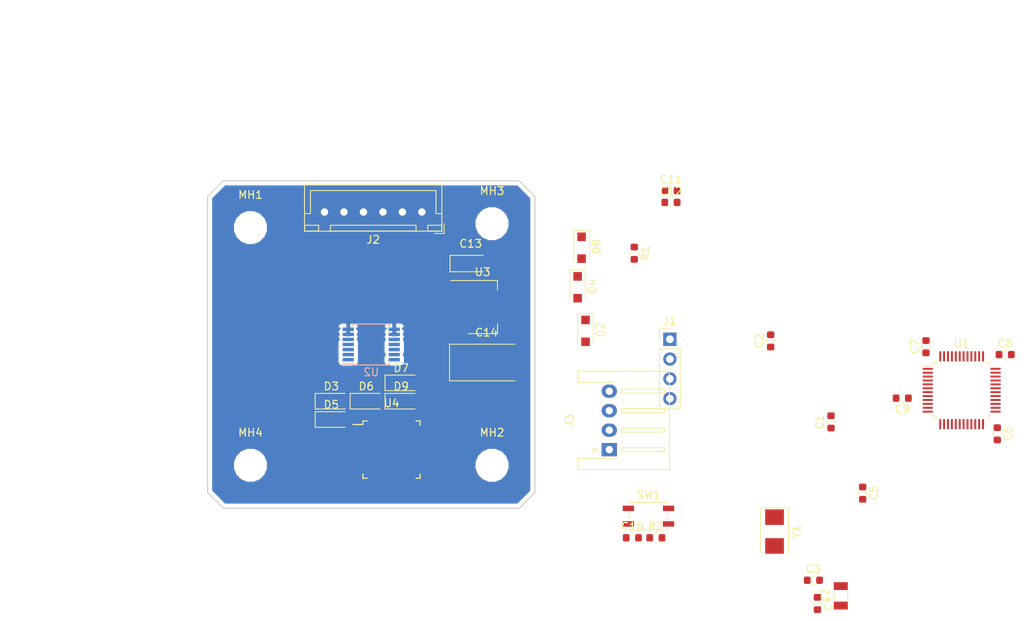
<source format=kicad_pcb>
(kicad_pcb (version 20171130) (host pcbnew 5.0.1)

  (general
    (thickness 1.6)
    (drawings 12)
    (tracks 0)
    (zones 0)
    (modules 38)
    (nets 15)
  )

  (page A4)
  (layers
    (0 F.Cu signal)
    (31 B.Cu signal)
    (32 B.Adhes user)
    (33 F.Adhes user)
    (34 B.Paste user)
    (35 F.Paste user)
    (36 B.SilkS user)
    (37 F.SilkS user)
    (38 B.Mask user)
    (39 F.Mask user)
    (40 Dwgs.User user)
    (41 Cmts.User user)
    (42 Eco1.User user)
    (43 Eco2.User user)
    (44 Edge.Cuts user)
    (45 Margin user)
    (46 B.CrtYd user)
    (47 F.CrtYd user)
    (48 B.Fab user)
    (49 F.Fab user)
  )

  (setup
    (last_trace_width 1)
    (trace_clearance 0.2)
    (zone_clearance 0.508)
    (zone_45_only no)
    (trace_min 0.2)
    (segment_width 0.2)
    (edge_width 0.15)
    (via_size 0.8)
    (via_drill 0.4)
    (via_min_size 0.4)
    (via_min_drill 0.3)
    (uvia_size 0.3)
    (uvia_drill 0.1)
    (uvias_allowed no)
    (uvia_min_size 0.2)
    (uvia_min_drill 0.1)
    (pcb_text_width 0.3)
    (pcb_text_size 1.5 1.5)
    (mod_edge_width 0.15)
    (mod_text_size 1 1)
    (mod_text_width 0.15)
    (pad_size 1.524 1.524)
    (pad_drill 0.762)
    (pad_to_mask_clearance 0.2)
    (solder_mask_min_width 0.25)
    (aux_axis_origin 0 0)
    (visible_elements FFFFFF7F)
    (pcbplotparams
      (layerselection 0x010fc_ffffffff)
      (usegerberextensions false)
      (usegerberattributes false)
      (usegerberadvancedattributes false)
      (creategerberjobfile false)
      (excludeedgelayer true)
      (linewidth 0.100000)
      (plotframeref false)
      (viasonmask false)
      (mode 1)
      (useauxorigin false)
      (hpglpennumber 1)
      (hpglpenspeed 20)
      (hpglpendiameter 15.000000)
      (psnegative false)
      (psa4output false)
      (plotreference true)
      (plotvalue true)
      (plotinvisibletext false)
      (padsonsilk false)
      (subtractmaskfromsilk false)
      (outputformat 1)
      (mirror false)
      (drillshape 1)
      (scaleselection 1)
      (outputdirectory ""))
  )

  (net 0 "")
  (net 1 OSCIN)
  (net 2 OSCOUT)
  (net 3 PC14)
  (net 4 GND)
  (net 5 PC15)
  (net 6 +3V3)
  (net 7 SWDCLK)
  (net 8 SWDIO)
  (net 9 RESET)
  (net 10 VCC)
  (net 11 OB1)
  (net 12 OB2)
  (net 13 OA2)
  (net 14 OA1)

  (net_class Default "Это класс цепей по умолчанию."
    (clearance 0.2)
    (trace_width 1)
    (via_dia 0.8)
    (via_drill 0.4)
    (uvia_dia 0.3)
    (uvia_drill 0.1)
    (add_net +3V3)
    (add_net GND)
    (add_net OA1)
    (add_net OA2)
    (add_net OB1)
    (add_net OB2)
    (add_net OSCIN)
    (add_net OSCOUT)
    (add_net PC14)
    (add_net PC15)
    (add_net RESET)
    (add_net SWDCLK)
    (add_net SWDIO)
    (add_net VCC)
  )

  (module Package_QFP:LQFP-48_7x7mm_P0.5mm (layer F.Cu) (tedit 5A5E2375) (tstamp 5BE66445)
    (at 206.756 86.868)
    (descr "48 LEAD LQFP 7x7mm (see MICREL LQFP7x7-48LD-PL-1.pdf)")
    (tags "QFP 0.5")
    (path /5BDA17E6)
    (attr smd)
    (fp_text reference U1 (at 0 -6) (layer F.SilkS)
      (effects (font (size 1 1) (thickness 0.15)))
    )
    (fp_text value STM32F103C8T6 (at 0 6) (layer F.Fab)
      (effects (font (size 1 1) (thickness 0.15)))
    )
    (fp_line (start 3.13 3.75) (end 3.75 3.75) (layer F.CrtYd) (width 0.05))
    (fp_line (start 3.75 3.13) (end 3.75 3.75) (layer F.CrtYd) (width 0.05))
    (fp_line (start 3.13 5.25) (end 3.13 3.75) (layer F.CrtYd) (width 0.05))
    (fp_text user %R (at 0 0) (layer F.Fab)
      (effects (font (size 1 1) (thickness 0.15)))
    )
    (fp_line (start -2.5 -3.5) (end 3.5 -3.5) (layer F.Fab) (width 0.1))
    (fp_line (start 3.5 -3.5) (end 3.5 3.5) (layer F.Fab) (width 0.1))
    (fp_line (start 3.5 3.5) (end -3.5 3.5) (layer F.Fab) (width 0.1))
    (fp_line (start -3.5 3.5) (end -3.5 -2.5) (layer F.Fab) (width 0.1))
    (fp_line (start -3.5 -2.5) (end -2.5 -3.5) (layer F.Fab) (width 0.1))
    (fp_line (start -5.25 -3.13) (end -5.25 3.13) (layer F.CrtYd) (width 0.05))
    (fp_line (start 5.25 -3.13) (end 5.25 3.13) (layer F.CrtYd) (width 0.05))
    (fp_line (start -3.13 -5.25) (end 3.13 -5.25) (layer F.CrtYd) (width 0.05))
    (fp_line (start -3.13 5.25) (end 3.13 5.25) (layer F.CrtYd) (width 0.05))
    (fp_line (start 3.56 -3.56) (end 3.56 -3.14) (layer F.SilkS) (width 0.12))
    (fp_line (start 3.56 3.56) (end 3.56 3.14) (layer F.SilkS) (width 0.12))
    (fp_line (start -3.56 3.56) (end -3.56 3.14) (layer F.SilkS) (width 0.12))
    (fp_line (start -3.56 -3.56) (end -3.14 -3.56) (layer F.SilkS) (width 0.12))
    (fp_line (start 3.56 3.56) (end 3.14 3.56) (layer F.SilkS) (width 0.12))
    (fp_line (start 3.56 -3.56) (end 3.14 -3.56) (layer F.SilkS) (width 0.12))
    (fp_line (start -3.56 -3.14) (end -4.94 -3.14) (layer F.SilkS) (width 0.12))
    (fp_line (start -3.56 -3.56) (end -3.56 -3.14) (layer F.SilkS) (width 0.12))
    (fp_line (start -3.56 3.56) (end -3.14 3.56) (layer F.SilkS) (width 0.12))
    (fp_line (start 3.75 3.13) (end 5.25 3.13) (layer F.CrtYd) (width 0.05))
    (fp_line (start 3.75 -3.13) (end 5.25 -3.13) (layer F.CrtYd) (width 0.05))
    (fp_line (start 3.13 -3.75) (end 3.13 -5.25) (layer F.CrtYd) (width 0.05))
    (fp_line (start -3.13 -3.75) (end -3.13 -5.25) (layer F.CrtYd) (width 0.05))
    (fp_line (start -3.75 -3.13) (end -5.25 -3.13) (layer F.CrtYd) (width 0.05))
    (fp_line (start -3.75 3.13) (end -5.25 3.13) (layer F.CrtYd) (width 0.05))
    (fp_line (start -3.13 3.75) (end -3.13 5.25) (layer F.CrtYd) (width 0.05))
    (fp_line (start 3.13 -3.75) (end 3.75 -3.75) (layer F.CrtYd) (width 0.05))
    (fp_line (start 3.75 -3.13) (end 3.75 -3.75) (layer F.CrtYd) (width 0.05))
    (fp_line (start -3.75 3.13) (end -3.75 3.75) (layer F.CrtYd) (width 0.05))
    (fp_line (start -3.13 3.75) (end -3.75 3.75) (layer F.CrtYd) (width 0.05))
    (fp_line (start -3.75 -3.13) (end -3.75 -3.75) (layer F.CrtYd) (width 0.05))
    (fp_line (start -3.13 -3.75) (end -3.75 -3.75) (layer F.CrtYd) (width 0.05))
    (pad 1 smd rect (at -4.35 -2.75) (size 1.3 0.25) (layers F.Cu F.Paste F.Mask))
    (pad 2 smd rect (at -4.35 -2.25) (size 1.3 0.25) (layers F.Cu F.Paste F.Mask))
    (pad 3 smd rect (at -4.35 -1.75) (size 1.3 0.25) (layers F.Cu F.Paste F.Mask)
      (net 3 PC14))
    (pad 4 smd rect (at -4.35 -1.25) (size 1.3 0.25) (layers F.Cu F.Paste F.Mask)
      (net 5 PC15))
    (pad 5 smd rect (at -4.35 -0.75) (size 1.3 0.25) (layers F.Cu F.Paste F.Mask)
      (net 1 OSCIN))
    (pad 6 smd rect (at -4.35 -0.25) (size 1.3 0.25) (layers F.Cu F.Paste F.Mask)
      (net 2 OSCOUT))
    (pad 7 smd rect (at -4.35 0.25) (size 1.3 0.25) (layers F.Cu F.Paste F.Mask)
      (net 9 RESET))
    (pad 8 smd rect (at -4.35 0.75) (size 1.3 0.25) (layers F.Cu F.Paste F.Mask)
      (net 4 GND))
    (pad 9 smd rect (at -4.35 1.25) (size 1.3 0.25) (layers F.Cu F.Paste F.Mask)
      (net 6 +3V3))
    (pad 10 smd rect (at -4.35 1.75) (size 1.3 0.25) (layers F.Cu F.Paste F.Mask))
    (pad 11 smd rect (at -4.35 2.25) (size 1.3 0.25) (layers F.Cu F.Paste F.Mask))
    (pad 12 smd rect (at -4.35 2.75) (size 1.3 0.25) (layers F.Cu F.Paste F.Mask))
    (pad 13 smd rect (at -2.75 4.35 90) (size 1.3 0.25) (layers F.Cu F.Paste F.Mask))
    (pad 14 smd rect (at -2.25 4.35 90) (size 1.3 0.25) (layers F.Cu F.Paste F.Mask))
    (pad 15 smd rect (at -1.75 4.35 90) (size 1.3 0.25) (layers F.Cu F.Paste F.Mask))
    (pad 16 smd rect (at -1.25 4.35 90) (size 1.3 0.25) (layers F.Cu F.Paste F.Mask))
    (pad 17 smd rect (at -0.75 4.35 90) (size 1.3 0.25) (layers F.Cu F.Paste F.Mask))
    (pad 18 smd rect (at -0.25 4.35 90) (size 1.3 0.25) (layers F.Cu F.Paste F.Mask))
    (pad 19 smd rect (at 0.25 4.35 90) (size 1.3 0.25) (layers F.Cu F.Paste F.Mask))
    (pad 20 smd rect (at 0.75 4.35 90) (size 1.3 0.25) (layers F.Cu F.Paste F.Mask))
    (pad 21 smd rect (at 1.25 4.35 90) (size 1.3 0.25) (layers F.Cu F.Paste F.Mask))
    (pad 22 smd rect (at 1.75 4.35 90) (size 1.3 0.25) (layers F.Cu F.Paste F.Mask))
    (pad 23 smd rect (at 2.25 4.35 90) (size 1.3 0.25) (layers F.Cu F.Paste F.Mask)
      (net 4 GND))
    (pad 24 smd rect (at 2.75 4.35 90) (size 1.3 0.25) (layers F.Cu F.Paste F.Mask)
      (net 6 +3V3))
    (pad 25 smd rect (at 4.35 2.75) (size 1.3 0.25) (layers F.Cu F.Paste F.Mask))
    (pad 26 smd rect (at 4.35 2.25) (size 1.3 0.25) (layers F.Cu F.Paste F.Mask))
    (pad 27 smd rect (at 4.35 1.75) (size 1.3 0.25) (layers F.Cu F.Paste F.Mask))
    (pad 28 smd rect (at 4.35 1.25) (size 1.3 0.25) (layers F.Cu F.Paste F.Mask))
    (pad 29 smd rect (at 4.35 0.75) (size 1.3 0.25) (layers F.Cu F.Paste F.Mask))
    (pad 30 smd rect (at 4.35 0.25) (size 1.3 0.25) (layers F.Cu F.Paste F.Mask))
    (pad 31 smd rect (at 4.35 -0.25) (size 1.3 0.25) (layers F.Cu F.Paste F.Mask))
    (pad 32 smd rect (at 4.35 -0.75) (size 1.3 0.25) (layers F.Cu F.Paste F.Mask))
    (pad 33 smd rect (at 4.35 -1.25) (size 1.3 0.25) (layers F.Cu F.Paste F.Mask))
    (pad 34 smd rect (at 4.35 -1.75) (size 1.3 0.25) (layers F.Cu F.Paste F.Mask)
      (net 8 SWDIO))
    (pad 35 smd rect (at 4.35 -2.25) (size 1.3 0.25) (layers F.Cu F.Paste F.Mask)
      (net 4 GND))
    (pad 36 smd rect (at 4.35 -2.75) (size 1.3 0.25) (layers F.Cu F.Paste F.Mask)
      (net 6 +3V3))
    (pad 37 smd rect (at 2.75 -4.35 90) (size 1.3 0.25) (layers F.Cu F.Paste F.Mask)
      (net 7 SWDCLK))
    (pad 38 smd rect (at 2.25 -4.35 90) (size 1.3 0.25) (layers F.Cu F.Paste F.Mask))
    (pad 39 smd rect (at 1.75 -4.35 90) (size 1.3 0.25) (layers F.Cu F.Paste F.Mask))
    (pad 40 smd rect (at 1.25 -4.35 90) (size 1.3 0.25) (layers F.Cu F.Paste F.Mask))
    (pad 41 smd rect (at 0.75 -4.35 90) (size 1.3 0.25) (layers F.Cu F.Paste F.Mask))
    (pad 42 smd rect (at 0.25 -4.35 90) (size 1.3 0.25) (layers F.Cu F.Paste F.Mask))
    (pad 43 smd rect (at -0.25 -4.35 90) (size 1.3 0.25) (layers F.Cu F.Paste F.Mask))
    (pad 44 smd rect (at -0.75 -4.35 90) (size 1.3 0.25) (layers F.Cu F.Paste F.Mask))
    (pad 45 smd rect (at -1.25 -4.35 90) (size 1.3 0.25) (layers F.Cu F.Paste F.Mask))
    (pad 46 smd rect (at -1.75 -4.35 90) (size 1.3 0.25) (layers F.Cu F.Paste F.Mask))
    (pad 47 smd rect (at -2.25 -4.35 90) (size 1.3 0.25) (layers F.Cu F.Paste F.Mask)
      (net 4 GND))
    (pad 48 smd rect (at -2.75 -4.35 90) (size 1.3 0.25) (layers F.Cu F.Paste F.Mask)
      (net 6 +3V3))
    (model ${KISYS3DMOD}/Package_QFP.3dshapes/LQFP-48_7x7mm_P0.5mm.wrl
      (at (xyz 0 0 0))
      (scale (xyz 1 1 1))
      (rotate (xyz 0 0 0))
    )
  )

  (module Crystal:Crystal_SMD_5032-2Pin_5.0x3.2mm (layer F.Cu) (tedit 5A0FD1B2) (tstamp 5BE6664E)
    (at 182.75 105 270)
    (descr "SMD Crystal SERIES SMD2520/2 http://www.icbase.com/File/PDF/HKC/HKC00061008.pdf, 5.0x3.2mm^2 package")
    (tags "SMD SMT crystal")
    (path /5BDA1919)
    (attr smd)
    (fp_text reference Y1 (at 0 -2.8 270) (layer F.SilkS)
      (effects (font (size 1 1) (thickness 0.15)))
    )
    (fp_text value 8M (at 0 2.8 270) (layer F.Fab)
      (effects (font (size 1 1) (thickness 0.15)))
    )
    (fp_text user %R (at 0 0 270) (layer F.Fab)
      (effects (font (size 1 1) (thickness 0.15)))
    )
    (fp_line (start -2.3 -1.6) (end 2.3 -1.6) (layer F.Fab) (width 0.1))
    (fp_line (start 2.3 -1.6) (end 2.5 -1.4) (layer F.Fab) (width 0.1))
    (fp_line (start 2.5 -1.4) (end 2.5 1.4) (layer F.Fab) (width 0.1))
    (fp_line (start 2.5 1.4) (end 2.3 1.6) (layer F.Fab) (width 0.1))
    (fp_line (start 2.3 1.6) (end -2.3 1.6) (layer F.Fab) (width 0.1))
    (fp_line (start -2.3 1.6) (end -2.5 1.4) (layer F.Fab) (width 0.1))
    (fp_line (start -2.5 1.4) (end -2.5 -1.4) (layer F.Fab) (width 0.1))
    (fp_line (start -2.5 -1.4) (end -2.3 -1.6) (layer F.Fab) (width 0.1))
    (fp_line (start -2.5 0.6) (end -1.5 1.6) (layer F.Fab) (width 0.1))
    (fp_line (start 2.7 -1.8) (end -3.05 -1.8) (layer F.SilkS) (width 0.12))
    (fp_line (start -3.05 -1.8) (end -3.05 1.8) (layer F.SilkS) (width 0.12))
    (fp_line (start -3.05 1.8) (end 2.7 1.8) (layer F.SilkS) (width 0.12))
    (fp_line (start -3.1 -1.9) (end -3.1 1.9) (layer F.CrtYd) (width 0.05))
    (fp_line (start -3.1 1.9) (end 3.1 1.9) (layer F.CrtYd) (width 0.05))
    (fp_line (start 3.1 1.9) (end 3.1 -1.9) (layer F.CrtYd) (width 0.05))
    (fp_line (start 3.1 -1.9) (end -3.1 -1.9) (layer F.CrtYd) (width 0.05))
    (fp_circle (center 0 0) (end 0.4 0) (layer F.Adhes) (width 0.1))
    (fp_circle (center 0 0) (end 0.333333 0) (layer F.Adhes) (width 0.133333))
    (fp_circle (center 0 0) (end 0.213333 0) (layer F.Adhes) (width 0.133333))
    (fp_circle (center 0 0) (end 0.093333 0) (layer F.Adhes) (width 0.186667))
    (pad 1 smd rect (at -1.85 0 270) (size 2 2.4) (layers F.Cu F.Paste F.Mask)
      (net 1 OSCIN))
    (pad 2 smd rect (at 1.85 0 270) (size 2 2.4) (layers F.Cu F.Paste F.Mask)
      (net 2 OSCOUT))
    (model ${KISYS3DMOD}/Crystal.3dshapes/Crystal_SMD_5032-2Pin_5.0x3.2mm.wrl
      (at (xyz 0 0 0))
      (scale (xyz 1 1 1))
      (rotate (xyz 0 0 0))
    )
  )

  (module Crystal:Crystal_SMD_3215-2Pin_3.2x1.5mm (layer F.Cu) (tedit 5A0FD1B2) (tstamp 5BE66471)
    (at 191.25 113.25 90)
    (descr "SMD Crystal FC-135 https://support.epson.biz/td/api/doc_check.php?dl=brief_FC-135R_en.pdf")
    (tags "SMD SMT Crystal")
    (path /5BDA198D)
    (attr smd)
    (fp_text reference Y2 (at 0 -2 90) (layer F.SilkS)
      (effects (font (size 1 1) (thickness 0.15)))
    )
    (fp_text value 32.768K (at 0 2 90) (layer F.Fab)
      (effects (font (size 1 1) (thickness 0.15)))
    )
    (fp_text user %R (at 0 -2 90) (layer F.Fab)
      (effects (font (size 1 1) (thickness 0.15)))
    )
    (fp_line (start -2 -1.15) (end 2 -1.15) (layer F.CrtYd) (width 0.05))
    (fp_line (start -1.6 -0.75) (end -1.6 0.75) (layer F.Fab) (width 0.1))
    (fp_line (start -0.675 0.875) (end 0.675 0.875) (layer F.SilkS) (width 0.12))
    (fp_line (start -0.675 -0.875) (end 0.675 -0.875) (layer F.SilkS) (width 0.12))
    (fp_line (start 1.6 -0.75) (end 1.6 0.75) (layer F.Fab) (width 0.1))
    (fp_line (start -1.6 -0.75) (end 1.6 -0.75) (layer F.Fab) (width 0.1))
    (fp_line (start -1.6 0.75) (end 1.6 0.75) (layer F.Fab) (width 0.1))
    (fp_line (start -2 1.15) (end 2 1.15) (layer F.CrtYd) (width 0.05))
    (fp_line (start -2 -1.15) (end -2 1.15) (layer F.CrtYd) (width 0.05))
    (fp_line (start 2 -1.15) (end 2 1.15) (layer F.CrtYd) (width 0.05))
    (pad 1 smd rect (at 1.25 0 90) (size 1 1.8) (layers F.Cu F.Paste F.Mask)
      (net 3 PC14))
    (pad 2 smd rect (at -1.25 0 90) (size 1 1.8) (layers F.Cu F.Paste F.Mask)
      (net 5 PC15))
    (model ${KISYS3DMOD}/Crystal.3dshapes/Crystal_SMD_3215-2Pin_3.2x1.5mm.wrl
      (at (xyz 0 0 0))
      (scale (xyz 1 1 1))
      (rotate (xyz 0 0 0))
    )
  )

  (module Capacitor_SMD:C_0603_1608Metric (layer F.Cu) (tedit 5B301BBE) (tstamp 5BE7A507)
    (at 189.992 90.932 90)
    (descr "Capacitor SMD 0603 (1608 Metric), square (rectangular) end terminal, IPC_7351 nominal, (Body size source: http://www.tortai-tech.com/upload/download/2011102023233369053.pdf), generated with kicad-footprint-generator")
    (tags capacitor)
    (path /5BDA349C)
    (attr smd)
    (fp_text reference C1 (at 0 -1.43 90) (layer F.SilkS)
      (effects (font (size 1 1) (thickness 0.15)))
    )
    (fp_text value 20pF (at 0 1.43 90) (layer F.Fab)
      (effects (font (size 1 1) (thickness 0.15)))
    )
    (fp_line (start -0.8 0.4) (end -0.8 -0.4) (layer F.Fab) (width 0.1))
    (fp_line (start -0.8 -0.4) (end 0.8 -0.4) (layer F.Fab) (width 0.1))
    (fp_line (start 0.8 -0.4) (end 0.8 0.4) (layer F.Fab) (width 0.1))
    (fp_line (start 0.8 0.4) (end -0.8 0.4) (layer F.Fab) (width 0.1))
    (fp_line (start -0.162779 -0.51) (end 0.162779 -0.51) (layer F.SilkS) (width 0.12))
    (fp_line (start -0.162779 0.51) (end 0.162779 0.51) (layer F.SilkS) (width 0.12))
    (fp_line (start -1.48 0.73) (end -1.48 -0.73) (layer F.CrtYd) (width 0.05))
    (fp_line (start -1.48 -0.73) (end 1.48 -0.73) (layer F.CrtYd) (width 0.05))
    (fp_line (start 1.48 -0.73) (end 1.48 0.73) (layer F.CrtYd) (width 0.05))
    (fp_line (start 1.48 0.73) (end -1.48 0.73) (layer F.CrtYd) (width 0.05))
    (fp_text user %R (at 0 0 90) (layer F.Fab)
      (effects (font (size 0.4 0.4) (thickness 0.06)))
    )
    (pad 1 smd roundrect (at -0.7875 0 90) (size 0.875 0.95) (layers F.Cu F.Paste F.Mask) (roundrect_rratio 0.25)
      (net 4 GND))
    (pad 2 smd roundrect (at 0.7875 0 90) (size 0.875 0.95) (layers F.Cu F.Paste F.Mask) (roundrect_rratio 0.25)
      (net 1 OSCIN))
    (model ${KISYS3DMOD}/Capacitor_SMD.3dshapes/C_0603_1608Metric.wrl
      (at (xyz 0 0 0))
      (scale (xyz 1 1 1))
      (rotate (xyz 0 0 0))
    )
  )

  (module Capacitor_SMD:C_0603_1608Metric (layer F.Cu) (tedit 5B301BBE) (tstamp 5BE7A517)
    (at 182.25 80.5375 90)
    (descr "Capacitor SMD 0603 (1608 Metric), square (rectangular) end terminal, IPC_7351 nominal, (Body size source: http://www.tortai-tech.com/upload/download/2011102023233369053.pdf), generated with kicad-footprint-generator")
    (tags capacitor)
    (path /5BDA3578)
    (attr smd)
    (fp_text reference C2 (at 0 -1.43 90) (layer F.SilkS)
      (effects (font (size 1 1) (thickness 0.15)))
    )
    (fp_text value 20pF (at 0 1.43 90) (layer F.Fab)
      (effects (font (size 1 1) (thickness 0.15)))
    )
    (fp_text user %R (at 0 0 90) (layer F.Fab)
      (effects (font (size 0.4 0.4) (thickness 0.06)))
    )
    (fp_line (start 1.48 0.73) (end -1.48 0.73) (layer F.CrtYd) (width 0.05))
    (fp_line (start 1.48 -0.73) (end 1.48 0.73) (layer F.CrtYd) (width 0.05))
    (fp_line (start -1.48 -0.73) (end 1.48 -0.73) (layer F.CrtYd) (width 0.05))
    (fp_line (start -1.48 0.73) (end -1.48 -0.73) (layer F.CrtYd) (width 0.05))
    (fp_line (start -0.162779 0.51) (end 0.162779 0.51) (layer F.SilkS) (width 0.12))
    (fp_line (start -0.162779 -0.51) (end 0.162779 -0.51) (layer F.SilkS) (width 0.12))
    (fp_line (start 0.8 0.4) (end -0.8 0.4) (layer F.Fab) (width 0.1))
    (fp_line (start 0.8 -0.4) (end 0.8 0.4) (layer F.Fab) (width 0.1))
    (fp_line (start -0.8 -0.4) (end 0.8 -0.4) (layer F.Fab) (width 0.1))
    (fp_line (start -0.8 0.4) (end -0.8 -0.4) (layer F.Fab) (width 0.1))
    (pad 2 smd roundrect (at 0.7875 0 90) (size 0.875 0.95) (layers F.Cu F.Paste F.Mask) (roundrect_rratio 0.25)
      (net 4 GND))
    (pad 1 smd roundrect (at -0.7875 0 90) (size 0.875 0.95) (layers F.Cu F.Paste F.Mask) (roundrect_rratio 0.25)
      (net 2 OSCOUT))
    (model ${KISYS3DMOD}/Capacitor_SMD.3dshapes/C_0603_1608Metric.wrl
      (at (xyz 0 0 0))
      (scale (xyz 1 1 1))
      (rotate (xyz 0 0 0))
    )
  )

  (module Capacitor_SMD:C_0603_1608Metric (layer F.Cu) (tedit 5B301BBE) (tstamp 5BE7A527)
    (at 187.735 111.25)
    (descr "Capacitor SMD 0603 (1608 Metric), square (rectangular) end terminal, IPC_7351 nominal, (Body size source: http://www.tortai-tech.com/upload/download/2011102023233369053.pdf), generated with kicad-footprint-generator")
    (tags capacitor)
    (path /5BDA1D4B)
    (attr smd)
    (fp_text reference C3 (at 0 -1.43) (layer F.SilkS)
      (effects (font (size 1 1) (thickness 0.15)))
    )
    (fp_text value 20pF (at 0 1.43) (layer F.Fab)
      (effects (font (size 1 1) (thickness 0.15)))
    )
    (fp_line (start -0.8 0.4) (end -0.8 -0.4) (layer F.Fab) (width 0.1))
    (fp_line (start -0.8 -0.4) (end 0.8 -0.4) (layer F.Fab) (width 0.1))
    (fp_line (start 0.8 -0.4) (end 0.8 0.4) (layer F.Fab) (width 0.1))
    (fp_line (start 0.8 0.4) (end -0.8 0.4) (layer F.Fab) (width 0.1))
    (fp_line (start -0.162779 -0.51) (end 0.162779 -0.51) (layer F.SilkS) (width 0.12))
    (fp_line (start -0.162779 0.51) (end 0.162779 0.51) (layer F.SilkS) (width 0.12))
    (fp_line (start -1.48 0.73) (end -1.48 -0.73) (layer F.CrtYd) (width 0.05))
    (fp_line (start -1.48 -0.73) (end 1.48 -0.73) (layer F.CrtYd) (width 0.05))
    (fp_line (start 1.48 -0.73) (end 1.48 0.73) (layer F.CrtYd) (width 0.05))
    (fp_line (start 1.48 0.73) (end -1.48 0.73) (layer F.CrtYd) (width 0.05))
    (fp_text user %R (at 0 0) (layer F.Fab)
      (effects (font (size 0.4 0.4) (thickness 0.06)))
    )
    (pad 1 smd roundrect (at -0.7875 0) (size 0.875 0.95) (layers F.Cu F.Paste F.Mask) (roundrect_rratio 0.25)
      (net 3 PC14))
    (pad 2 smd roundrect (at 0.7875 0) (size 0.875 0.95) (layers F.Cu F.Paste F.Mask) (roundrect_rratio 0.25)
      (net 4 GND))
    (model ${KISYS3DMOD}/Capacitor_SMD.3dshapes/C_0603_1608Metric.wrl
      (at (xyz 0 0 0))
      (scale (xyz 1 1 1))
      (rotate (xyz 0 0 0))
    )
  )

  (module Capacitor_SMD:C_0603_1608Metric (layer F.Cu) (tedit 5B301BBE) (tstamp 5BE7A537)
    (at 188.25 114.235 270)
    (descr "Capacitor SMD 0603 (1608 Metric), square (rectangular) end terminal, IPC_7351 nominal, (Body size source: http://www.tortai-tech.com/upload/download/2011102023233369053.pdf), generated with kicad-footprint-generator")
    (tags capacitor)
    (path /5BDA1DED)
    (attr smd)
    (fp_text reference C4 (at 0 -1.43 270) (layer F.SilkS)
      (effects (font (size 1 1) (thickness 0.15)))
    )
    (fp_text value 20pF (at 0 1.43 270) (layer F.Fab)
      (effects (font (size 1 1) (thickness 0.15)))
    )
    (fp_text user %R (at 0 0 270) (layer F.Fab)
      (effects (font (size 0.4 0.4) (thickness 0.06)))
    )
    (fp_line (start 1.48 0.73) (end -1.48 0.73) (layer F.CrtYd) (width 0.05))
    (fp_line (start 1.48 -0.73) (end 1.48 0.73) (layer F.CrtYd) (width 0.05))
    (fp_line (start -1.48 -0.73) (end 1.48 -0.73) (layer F.CrtYd) (width 0.05))
    (fp_line (start -1.48 0.73) (end -1.48 -0.73) (layer F.CrtYd) (width 0.05))
    (fp_line (start -0.162779 0.51) (end 0.162779 0.51) (layer F.SilkS) (width 0.12))
    (fp_line (start -0.162779 -0.51) (end 0.162779 -0.51) (layer F.SilkS) (width 0.12))
    (fp_line (start 0.8 0.4) (end -0.8 0.4) (layer F.Fab) (width 0.1))
    (fp_line (start 0.8 -0.4) (end 0.8 0.4) (layer F.Fab) (width 0.1))
    (fp_line (start -0.8 -0.4) (end 0.8 -0.4) (layer F.Fab) (width 0.1))
    (fp_line (start -0.8 0.4) (end -0.8 -0.4) (layer F.Fab) (width 0.1))
    (pad 2 smd roundrect (at 0.7875 0 270) (size 0.875 0.95) (layers F.Cu F.Paste F.Mask) (roundrect_rratio 0.25)
      (net 4 GND))
    (pad 1 smd roundrect (at -0.7875 0 270) (size 0.875 0.95) (layers F.Cu F.Paste F.Mask) (roundrect_rratio 0.25)
      (net 5 PC15))
    (model ${KISYS3DMOD}/Capacitor_SMD.3dshapes/C_0603_1608Metric.wrl
      (at (xyz 0 0 0))
      (scale (xyz 1 1 1))
      (rotate (xyz 0 0 0))
    )
  )

  (module Capacitor_SMD:C_0603_1608Metric (layer F.Cu) (tedit 5B301BBE) (tstamp 5BE7A547)
    (at 194.056 100.076 270)
    (descr "Capacitor SMD 0603 (1608 Metric), square (rectangular) end terminal, IPC_7351 nominal, (Body size source: http://www.tortai-tech.com/upload/download/2011102023233369053.pdf), generated with kicad-footprint-generator")
    (tags capacitor)
    (path /5BDBA59B)
    (attr smd)
    (fp_text reference C5 (at 0 -1.43 270) (layer F.SilkS)
      (effects (font (size 1 1) (thickness 0.15)))
    )
    (fp_text value 100nF (at 0 1.43 270) (layer F.Fab)
      (effects (font (size 1 1) (thickness 0.15)))
    )
    (fp_line (start -0.8 0.4) (end -0.8 -0.4) (layer F.Fab) (width 0.1))
    (fp_line (start -0.8 -0.4) (end 0.8 -0.4) (layer F.Fab) (width 0.1))
    (fp_line (start 0.8 -0.4) (end 0.8 0.4) (layer F.Fab) (width 0.1))
    (fp_line (start 0.8 0.4) (end -0.8 0.4) (layer F.Fab) (width 0.1))
    (fp_line (start -0.162779 -0.51) (end 0.162779 -0.51) (layer F.SilkS) (width 0.12))
    (fp_line (start -0.162779 0.51) (end 0.162779 0.51) (layer F.SilkS) (width 0.12))
    (fp_line (start -1.48 0.73) (end -1.48 -0.73) (layer F.CrtYd) (width 0.05))
    (fp_line (start -1.48 -0.73) (end 1.48 -0.73) (layer F.CrtYd) (width 0.05))
    (fp_line (start 1.48 -0.73) (end 1.48 0.73) (layer F.CrtYd) (width 0.05))
    (fp_line (start 1.48 0.73) (end -1.48 0.73) (layer F.CrtYd) (width 0.05))
    (fp_text user %R (at 0 0 270) (layer F.Fab)
      (effects (font (size 0.4 0.4) (thickness 0.06)))
    )
    (pad 1 smd roundrect (at -0.7875 0 270) (size 0.875 0.95) (layers F.Cu F.Paste F.Mask) (roundrect_rratio 0.25)
      (net 6 +3V3))
    (pad 2 smd roundrect (at 0.7875 0 270) (size 0.875 0.95) (layers F.Cu F.Paste F.Mask) (roundrect_rratio 0.25)
      (net 4 GND))
    (model ${KISYS3DMOD}/Capacitor_SMD.3dshapes/C_0603_1608Metric.wrl
      (at (xyz 0 0 0))
      (scale (xyz 1 1 1))
      (rotate (xyz 0 0 0))
    )
  )

  (module Capacitor_SMD:C_0603_1608Metric (layer F.Cu) (tedit 5B301BBE) (tstamp 5BE7A557)
    (at 211.328 92.456 270)
    (descr "Capacitor SMD 0603 (1608 Metric), square (rectangular) end terminal, IPC_7351 nominal, (Body size source: http://www.tortai-tech.com/upload/download/2011102023233369053.pdf), generated with kicad-footprint-generator")
    (tags capacitor)
    (path /5BDBA681)
    (attr smd)
    (fp_text reference C6 (at 0 -1.43 270) (layer F.SilkS)
      (effects (font (size 1 1) (thickness 0.15)))
    )
    (fp_text value 100nF (at 0 1.43 270) (layer F.Fab)
      (effects (font (size 1 1) (thickness 0.15)))
    )
    (fp_text user %R (at 0 0 270) (layer F.Fab)
      (effects (font (size 0.4 0.4) (thickness 0.06)))
    )
    (fp_line (start 1.48 0.73) (end -1.48 0.73) (layer F.CrtYd) (width 0.05))
    (fp_line (start 1.48 -0.73) (end 1.48 0.73) (layer F.CrtYd) (width 0.05))
    (fp_line (start -1.48 -0.73) (end 1.48 -0.73) (layer F.CrtYd) (width 0.05))
    (fp_line (start -1.48 0.73) (end -1.48 -0.73) (layer F.CrtYd) (width 0.05))
    (fp_line (start -0.162779 0.51) (end 0.162779 0.51) (layer F.SilkS) (width 0.12))
    (fp_line (start -0.162779 -0.51) (end 0.162779 -0.51) (layer F.SilkS) (width 0.12))
    (fp_line (start 0.8 0.4) (end -0.8 0.4) (layer F.Fab) (width 0.1))
    (fp_line (start 0.8 -0.4) (end 0.8 0.4) (layer F.Fab) (width 0.1))
    (fp_line (start -0.8 -0.4) (end 0.8 -0.4) (layer F.Fab) (width 0.1))
    (fp_line (start -0.8 0.4) (end -0.8 -0.4) (layer F.Fab) (width 0.1))
    (pad 2 smd roundrect (at 0.7875 0 270) (size 0.875 0.95) (layers F.Cu F.Paste F.Mask) (roundrect_rratio 0.25)
      (net 4 GND))
    (pad 1 smd roundrect (at -0.7875 0 270) (size 0.875 0.95) (layers F.Cu F.Paste F.Mask) (roundrect_rratio 0.25)
      (net 6 +3V3))
    (model ${KISYS3DMOD}/Capacitor_SMD.3dshapes/C_0603_1608Metric.wrl
      (at (xyz 0 0 0))
      (scale (xyz 1 1 1))
      (rotate (xyz 0 0 0))
    )
  )

  (module Capacitor_SMD:C_0603_1608Metric (layer F.Cu) (tedit 5B301BBE) (tstamp 5BE7A567)
    (at 202.184 81.28 90)
    (descr "Capacitor SMD 0603 (1608 Metric), square (rectangular) end terminal, IPC_7351 nominal, (Body size source: http://www.tortai-tech.com/upload/download/2011102023233369053.pdf), generated with kicad-footprint-generator")
    (tags capacitor)
    (path /5BDBA6EB)
    (attr smd)
    (fp_text reference C7 (at 0 -1.43 90) (layer F.SilkS)
      (effects (font (size 1 1) (thickness 0.15)))
    )
    (fp_text value 100nF (at 0 1.43 90) (layer F.Fab)
      (effects (font (size 1 1) (thickness 0.15)))
    )
    (fp_line (start -0.8 0.4) (end -0.8 -0.4) (layer F.Fab) (width 0.1))
    (fp_line (start -0.8 -0.4) (end 0.8 -0.4) (layer F.Fab) (width 0.1))
    (fp_line (start 0.8 -0.4) (end 0.8 0.4) (layer F.Fab) (width 0.1))
    (fp_line (start 0.8 0.4) (end -0.8 0.4) (layer F.Fab) (width 0.1))
    (fp_line (start -0.162779 -0.51) (end 0.162779 -0.51) (layer F.SilkS) (width 0.12))
    (fp_line (start -0.162779 0.51) (end 0.162779 0.51) (layer F.SilkS) (width 0.12))
    (fp_line (start -1.48 0.73) (end -1.48 -0.73) (layer F.CrtYd) (width 0.05))
    (fp_line (start -1.48 -0.73) (end 1.48 -0.73) (layer F.CrtYd) (width 0.05))
    (fp_line (start 1.48 -0.73) (end 1.48 0.73) (layer F.CrtYd) (width 0.05))
    (fp_line (start 1.48 0.73) (end -1.48 0.73) (layer F.CrtYd) (width 0.05))
    (fp_text user %R (at 0 0 90) (layer F.Fab)
      (effects (font (size 0.4 0.4) (thickness 0.06)))
    )
    (pad 1 smd roundrect (at -0.7875 0 90) (size 0.875 0.95) (layers F.Cu F.Paste F.Mask) (roundrect_rratio 0.25)
      (net 6 +3V3))
    (pad 2 smd roundrect (at 0.7875 0 90) (size 0.875 0.95) (layers F.Cu F.Paste F.Mask) (roundrect_rratio 0.25)
      (net 4 GND))
    (model ${KISYS3DMOD}/Capacitor_SMD.3dshapes/C_0603_1608Metric.wrl
      (at (xyz 0 0 0))
      (scale (xyz 1 1 1))
      (rotate (xyz 0 0 0))
    )
  )

  (module Capacitor_SMD:C_0603_1608Metric (layer F.Cu) (tedit 5B301BBE) (tstamp 5BE7A577)
    (at 212.344 82.296)
    (descr "Capacitor SMD 0603 (1608 Metric), square (rectangular) end terminal, IPC_7351 nominal, (Body size source: http://www.tortai-tech.com/upload/download/2011102023233369053.pdf), generated with kicad-footprint-generator")
    (tags capacitor)
    (path /5BDBA756)
    (attr smd)
    (fp_text reference C8 (at 0 -1.43) (layer F.SilkS)
      (effects (font (size 1 1) (thickness 0.15)))
    )
    (fp_text value 100nF (at 0 1.43) (layer F.Fab)
      (effects (font (size 1 1) (thickness 0.15)))
    )
    (fp_text user %R (at 0 0) (layer F.Fab)
      (effects (font (size 0.4 0.4) (thickness 0.06)))
    )
    (fp_line (start 1.48 0.73) (end -1.48 0.73) (layer F.CrtYd) (width 0.05))
    (fp_line (start 1.48 -0.73) (end 1.48 0.73) (layer F.CrtYd) (width 0.05))
    (fp_line (start -1.48 -0.73) (end 1.48 -0.73) (layer F.CrtYd) (width 0.05))
    (fp_line (start -1.48 0.73) (end -1.48 -0.73) (layer F.CrtYd) (width 0.05))
    (fp_line (start -0.162779 0.51) (end 0.162779 0.51) (layer F.SilkS) (width 0.12))
    (fp_line (start -0.162779 -0.51) (end 0.162779 -0.51) (layer F.SilkS) (width 0.12))
    (fp_line (start 0.8 0.4) (end -0.8 0.4) (layer F.Fab) (width 0.1))
    (fp_line (start 0.8 -0.4) (end 0.8 0.4) (layer F.Fab) (width 0.1))
    (fp_line (start -0.8 -0.4) (end 0.8 -0.4) (layer F.Fab) (width 0.1))
    (fp_line (start -0.8 0.4) (end -0.8 -0.4) (layer F.Fab) (width 0.1))
    (pad 2 smd roundrect (at 0.7875 0) (size 0.875 0.95) (layers F.Cu F.Paste F.Mask) (roundrect_rratio 0.25)
      (net 4 GND))
    (pad 1 smd roundrect (at -0.7875 0) (size 0.875 0.95) (layers F.Cu F.Paste F.Mask) (roundrect_rratio 0.25)
      (net 6 +3V3))
    (model ${KISYS3DMOD}/Capacitor_SMD.3dshapes/C_0603_1608Metric.wrl
      (at (xyz 0 0 0))
      (scale (xyz 1 1 1))
      (rotate (xyz 0 0 0))
    )
  )

  (module Resistor_SMD:R_0603_1608Metric (layer F.Cu) (tedit 5B301BBD) (tstamp 5BE7A587)
    (at 164.75 69.2875 270)
    (descr "Resistor SMD 0603 (1608 Metric), square (rectangular) end terminal, IPC_7351 nominal, (Body size source: http://www.tortai-tech.com/upload/download/2011102023233369053.pdf), generated with kicad-footprint-generator")
    (tags resistor)
    (path /5BDA3266)
    (attr smd)
    (fp_text reference R1 (at 0 -1.43 270) (layer F.SilkS)
      (effects (font (size 1 1) (thickness 0.15)))
    )
    (fp_text value 1M (at 0 1.43 270) (layer F.Fab)
      (effects (font (size 1 1) (thickness 0.15)))
    )
    (fp_line (start -0.8 0.4) (end -0.8 -0.4) (layer F.Fab) (width 0.1))
    (fp_line (start -0.8 -0.4) (end 0.8 -0.4) (layer F.Fab) (width 0.1))
    (fp_line (start 0.8 -0.4) (end 0.8 0.4) (layer F.Fab) (width 0.1))
    (fp_line (start 0.8 0.4) (end -0.8 0.4) (layer F.Fab) (width 0.1))
    (fp_line (start -0.162779 -0.51) (end 0.162779 -0.51) (layer F.SilkS) (width 0.12))
    (fp_line (start -0.162779 0.51) (end 0.162779 0.51) (layer F.SilkS) (width 0.12))
    (fp_line (start -1.48 0.73) (end -1.48 -0.73) (layer F.CrtYd) (width 0.05))
    (fp_line (start -1.48 -0.73) (end 1.48 -0.73) (layer F.CrtYd) (width 0.05))
    (fp_line (start 1.48 -0.73) (end 1.48 0.73) (layer F.CrtYd) (width 0.05))
    (fp_line (start 1.48 0.73) (end -1.48 0.73) (layer F.CrtYd) (width 0.05))
    (fp_text user %R (at 0 0 270) (layer F.Fab)
      (effects (font (size 0.4 0.4) (thickness 0.06)))
    )
    (pad 1 smd roundrect (at -0.7875 0 270) (size 0.875 0.95) (layers F.Cu F.Paste F.Mask) (roundrect_rratio 0.25)
      (net 1 OSCIN))
    (pad 2 smd roundrect (at 0.7875 0 270) (size 0.875 0.95) (layers F.Cu F.Paste F.Mask) (roundrect_rratio 0.25)
      (net 2 OSCOUT))
    (model ${KISYS3DMOD}/Resistor_SMD.3dshapes/R_0603_1608Metric.wrl
      (at (xyz 0 0 0))
      (scale (xyz 1 1 1))
      (rotate (xyz 0 0 0))
    )
  )

  (module Capacitor_SMD:C_0603_1608Metric (layer F.Cu) (tedit 5B301BBE) (tstamp 5BE7A799)
    (at 199.136 87.884 180)
    (descr "Capacitor SMD 0603 (1608 Metric), square (rectangular) end terminal, IPC_7351 nominal, (Body size source: http://www.tortai-tech.com/upload/download/2011102023233369053.pdf), generated with kicad-footprint-generator")
    (tags capacitor)
    (path /5BDE4E8B)
    (attr smd)
    (fp_text reference C9 (at 0 -1.43 180) (layer F.SilkS)
      (effects (font (size 1 1) (thickness 0.15)))
    )
    (fp_text value 100nF (at 0 1.43 180) (layer F.Fab)
      (effects (font (size 1 1) (thickness 0.15)))
    )
    (fp_line (start -0.8 0.4) (end -0.8 -0.4) (layer F.Fab) (width 0.1))
    (fp_line (start -0.8 -0.4) (end 0.8 -0.4) (layer F.Fab) (width 0.1))
    (fp_line (start 0.8 -0.4) (end 0.8 0.4) (layer F.Fab) (width 0.1))
    (fp_line (start 0.8 0.4) (end -0.8 0.4) (layer F.Fab) (width 0.1))
    (fp_line (start -0.162779 -0.51) (end 0.162779 -0.51) (layer F.SilkS) (width 0.12))
    (fp_line (start -0.162779 0.51) (end 0.162779 0.51) (layer F.SilkS) (width 0.12))
    (fp_line (start -1.48 0.73) (end -1.48 -0.73) (layer F.CrtYd) (width 0.05))
    (fp_line (start -1.48 -0.73) (end 1.48 -0.73) (layer F.CrtYd) (width 0.05))
    (fp_line (start 1.48 -0.73) (end 1.48 0.73) (layer F.CrtYd) (width 0.05))
    (fp_line (start 1.48 0.73) (end -1.48 0.73) (layer F.CrtYd) (width 0.05))
    (fp_text user %R (at 0 0 180) (layer F.Fab)
      (effects (font (size 0.4 0.4) (thickness 0.06)))
    )
    (pad 1 smd roundrect (at -0.7875 0 180) (size 0.875 0.95) (layers F.Cu F.Paste F.Mask) (roundrect_rratio 0.25)
      (net 6 +3V3))
    (pad 2 smd roundrect (at 0.7875 0 180) (size 0.875 0.95) (layers F.Cu F.Paste F.Mask) (roundrect_rratio 0.25)
      (net 4 GND))
    (model ${KISYS3DMOD}/Capacitor_SMD.3dshapes/C_0603_1608Metric.wrl
      (at (xyz 0 0 0))
      (scale (xyz 1 1 1))
      (rotate (xyz 0 0 0))
    )
  )

  (module Connector_PinHeader_2.54mm:PinHeader_1x04_P2.54mm_Vertical (layer F.Cu) (tedit 59FED5CC) (tstamp 5BE7A7B1)
    (at 169.325001 80.325001)
    (descr "Through hole straight pin header, 1x04, 2.54mm pitch, single row")
    (tags "Through hole pin header THT 1x04 2.54mm single row")
    (path /5BDE2091)
    (fp_text reference J1 (at 0 -2.33) (layer F.SilkS)
      (effects (font (size 1 1) (thickness 0.15)))
    )
    (fp_text value SWD (at 0 9.95) (layer F.Fab)
      (effects (font (size 1 1) (thickness 0.15)))
    )
    (fp_line (start -0.635 -1.27) (end 1.27 -1.27) (layer F.Fab) (width 0.1))
    (fp_line (start 1.27 -1.27) (end 1.27 8.89) (layer F.Fab) (width 0.1))
    (fp_line (start 1.27 8.89) (end -1.27 8.89) (layer F.Fab) (width 0.1))
    (fp_line (start -1.27 8.89) (end -1.27 -0.635) (layer F.Fab) (width 0.1))
    (fp_line (start -1.27 -0.635) (end -0.635 -1.27) (layer F.Fab) (width 0.1))
    (fp_line (start -1.33 8.95) (end 1.33 8.95) (layer F.SilkS) (width 0.12))
    (fp_line (start -1.33 1.27) (end -1.33 8.95) (layer F.SilkS) (width 0.12))
    (fp_line (start 1.33 1.27) (end 1.33 8.95) (layer F.SilkS) (width 0.12))
    (fp_line (start -1.33 1.27) (end 1.33 1.27) (layer F.SilkS) (width 0.12))
    (fp_line (start -1.33 0) (end -1.33 -1.33) (layer F.SilkS) (width 0.12))
    (fp_line (start -1.33 -1.33) (end 0 -1.33) (layer F.SilkS) (width 0.12))
    (fp_line (start -1.8 -1.8) (end -1.8 9.4) (layer F.CrtYd) (width 0.05))
    (fp_line (start -1.8 9.4) (end 1.8 9.4) (layer F.CrtYd) (width 0.05))
    (fp_line (start 1.8 9.4) (end 1.8 -1.8) (layer F.CrtYd) (width 0.05))
    (fp_line (start 1.8 -1.8) (end -1.8 -1.8) (layer F.CrtYd) (width 0.05))
    (fp_text user %R (at 0 3.81 90) (layer F.Fab)
      (effects (font (size 1 1) (thickness 0.15)))
    )
    (pad 1 thru_hole rect (at 0 0) (size 1.7 1.7) (drill 1) (layers *.Cu *.Mask)
      (net 4 GND))
    (pad 2 thru_hole oval (at 0 2.54) (size 1.7 1.7) (drill 1) (layers *.Cu *.Mask)
      (net 7 SWDCLK))
    (pad 3 thru_hole oval (at 0 5.08) (size 1.7 1.7) (drill 1) (layers *.Cu *.Mask)
      (net 8 SWDIO))
    (pad 4 thru_hole oval (at 0 7.62) (size 1.7 1.7) (drill 1) (layers *.Cu *.Mask)
      (net 6 +3V3))
    (model ${KISYS3DMOD}/Connector_PinHeader_2.54mm.3dshapes/PinHeader_1x04_P2.54mm_Vertical.wrl
      (at (xyz 0 0 0))
      (scale (xyz 1 1 1))
      (rotate (xyz 0 0 0))
    )
  )

  (module Capacitor_SMD:C_0603_1608Metric (layer F.Cu) (tedit 5B301BBE) (tstamp 5C0B33C1)
    (at 164.505001 105.805001)
    (descr "Capacitor SMD 0603 (1608 Metric), square (rectangular) end terminal, IPC_7351 nominal, (Body size source: http://www.tortai-tech.com/upload/download/2011102023233369053.pdf), generated with kicad-footprint-generator")
    (tags capacitor)
    (path /5BDF24E9)
    (attr smd)
    (fp_text reference C10 (at 0 -1.43) (layer F.SilkS)
      (effects (font (size 1 1) (thickness 0.15)))
    )
    (fp_text value 1uF (at 0 1.43) (layer F.Fab)
      (effects (font (size 1 1) (thickness 0.15)))
    )
    (fp_line (start -0.8 0.4) (end -0.8 -0.4) (layer F.Fab) (width 0.1))
    (fp_line (start -0.8 -0.4) (end 0.8 -0.4) (layer F.Fab) (width 0.1))
    (fp_line (start 0.8 -0.4) (end 0.8 0.4) (layer F.Fab) (width 0.1))
    (fp_line (start 0.8 0.4) (end -0.8 0.4) (layer F.Fab) (width 0.1))
    (fp_line (start -0.162779 -0.51) (end 0.162779 -0.51) (layer F.SilkS) (width 0.12))
    (fp_line (start -0.162779 0.51) (end 0.162779 0.51) (layer F.SilkS) (width 0.12))
    (fp_line (start -1.48 0.73) (end -1.48 -0.73) (layer F.CrtYd) (width 0.05))
    (fp_line (start -1.48 -0.73) (end 1.48 -0.73) (layer F.CrtYd) (width 0.05))
    (fp_line (start 1.48 -0.73) (end 1.48 0.73) (layer F.CrtYd) (width 0.05))
    (fp_line (start 1.48 0.73) (end -1.48 0.73) (layer F.CrtYd) (width 0.05))
    (fp_text user %R (at 0 0) (layer F.Fab)
      (effects (font (size 0.4 0.4) (thickness 0.06)))
    )
    (pad 1 smd roundrect (at -0.7875 0) (size 0.875 0.95) (layers F.Cu F.Paste F.Mask) (roundrect_rratio 0.25)
      (net 9 RESET))
    (pad 2 smd roundrect (at 0.7875 0) (size 0.875 0.95) (layers F.Cu F.Paste F.Mask) (roundrect_rratio 0.25)
      (net 4 GND))
    (model ${KISYS3DMOD}/Capacitor_SMD.3dshapes/C_0603_1608Metric.wrl
      (at (xyz 0 0 0))
      (scale (xyz 1 1 1))
      (rotate (xyz 0 0 0))
    )
  )

  (module Resistor_SMD:R_0603_1608Metric (layer F.Cu) (tedit 5B301BBD) (tstamp 5BE7A8F4)
    (at 167.515001 105.805001)
    (descr "Resistor SMD 0603 (1608 Metric), square (rectangular) end terminal, IPC_7351 nominal, (Body size source: http://www.tortai-tech.com/upload/download/2011102023233369053.pdf), generated with kicad-footprint-generator")
    (tags resistor)
    (path /5BDF2444)
    (attr smd)
    (fp_text reference R2 (at 0 -1.43) (layer F.SilkS)
      (effects (font (size 1 1) (thickness 0.15)))
    )
    (fp_text value 10K (at 0 1.43) (layer F.Fab)
      (effects (font (size 1 1) (thickness 0.15)))
    )
    (fp_line (start -0.8 0.4) (end -0.8 -0.4) (layer F.Fab) (width 0.1))
    (fp_line (start -0.8 -0.4) (end 0.8 -0.4) (layer F.Fab) (width 0.1))
    (fp_line (start 0.8 -0.4) (end 0.8 0.4) (layer F.Fab) (width 0.1))
    (fp_line (start 0.8 0.4) (end -0.8 0.4) (layer F.Fab) (width 0.1))
    (fp_line (start -0.162779 -0.51) (end 0.162779 -0.51) (layer F.SilkS) (width 0.12))
    (fp_line (start -0.162779 0.51) (end 0.162779 0.51) (layer F.SilkS) (width 0.12))
    (fp_line (start -1.48 0.73) (end -1.48 -0.73) (layer F.CrtYd) (width 0.05))
    (fp_line (start -1.48 -0.73) (end 1.48 -0.73) (layer F.CrtYd) (width 0.05))
    (fp_line (start 1.48 -0.73) (end 1.48 0.73) (layer F.CrtYd) (width 0.05))
    (fp_line (start 1.48 0.73) (end -1.48 0.73) (layer F.CrtYd) (width 0.05))
    (fp_text user %R (at 0 0) (layer F.Fab)
      (effects (font (size 0.4 0.4) (thickness 0.06)))
    )
    (pad 1 smd roundrect (at -0.7875 0) (size 0.875 0.95) (layers F.Cu F.Paste F.Mask) (roundrect_rratio 0.25)
      (net 6 +3V3))
    (pad 2 smd roundrect (at 0.7875 0) (size 0.875 0.95) (layers F.Cu F.Paste F.Mask) (roundrect_rratio 0.25)
      (net 9 RESET))
    (model ${KISYS3DMOD}/Resistor_SMD.3dshapes/R_0603_1608Metric.wrl
      (at (xyz 0 0 0))
      (scale (xyz 1 1 1))
      (rotate (xyz 0 0 0))
    )
  )

  (module Button_Switch_SMD:SW_SPST_EVQP2 (layer F.Cu) (tedit 5A02FC95) (tstamp 5BE7A90E)
    (at 166.575001 103.025001)
    (descr "Light Touch Switch")
    (path /5BDECEF3)
    (attr smd)
    (fp_text reference SW1 (at 0 -2.75) (layer F.SilkS)
      (effects (font (size 1 1) (thickness 0.15)))
    )
    (fp_text value RESET (at 0 3) (layer F.Fab)
      (effects (font (size 1 1) (thickness 0.15)))
    )
    (fp_line (start -2.35 -1.75) (end 2.35 -1.75) (layer F.Fab) (width 0.1))
    (fp_line (start 2.35 -1.75) (end 2.35 1.75) (layer F.Fab) (width 0.1))
    (fp_line (start 2.35 1.75) (end -2.35 1.75) (layer F.Fab) (width 0.1))
    (fp_line (start -2.35 1.75) (end -2.35 -1.75) (layer F.Fab) (width 0.1))
    (fp_text user %R (at 0 -2.75) (layer F.Fab)
      (effects (font (size 1 1) (thickness 0.15)))
    )
    (fp_line (start -3.55 -2) (end 3.55 -2) (layer F.CrtYd) (width 0.05))
    (fp_line (start 3.55 -2) (end 3.55 2) (layer F.CrtYd) (width 0.05))
    (fp_line (start 3.55 2) (end -3.55 2) (layer F.CrtYd) (width 0.05))
    (fp_line (start -3.55 2) (end -3.55 -2) (layer F.CrtYd) (width 0.05))
    (fp_line (start 2.45 -1.75) (end 2.45 -1.65) (layer F.SilkS) (width 0.12))
    (fp_line (start 2.45 1.75) (end 2.45 1.65) (layer F.SilkS) (width 0.12))
    (fp_line (start -2.45 1.65) (end -2.45 1.75) (layer F.SilkS) (width 0.12))
    (fp_line (start -2.45 -1.75) (end -2.45 -1.65) (layer F.SilkS) (width 0.12))
    (fp_line (start -2.45 -0.35) (end -2.45 0.35) (layer F.SilkS) (width 0.12))
    (fp_line (start 2.45 -0.35) (end 2.45 0.35) (layer F.SilkS) (width 0.12))
    (fp_line (start 2.45 -1.75) (end -2.45 -1.75) (layer F.SilkS) (width 0.12))
    (fp_line (start -2.45 1.75) (end 2.45 1.75) (layer F.SilkS) (width 0.12))
    (fp_circle (center 0 0) (end 0.9 0) (layer F.Fab) (width 0.1))
    (pad 1 smd rect (at 2.58 -1) (size 1.45 0.7) (layers F.Cu F.Paste F.Mask)
      (net 4 GND))
    (pad 1 smd rect (at -2.58 -1) (size 1.45 0.7) (layers F.Cu F.Paste F.Mask)
      (net 4 GND))
    (pad 2 smd rect (at -2.58 1) (size 1.45 0.7) (layers F.Cu F.Paste F.Mask)
      (net 9 RESET))
    (pad 2 smd rect (at 2.58 1) (size 1.45 0.7) (layers F.Cu F.Paste F.Mask)
      (net 9 RESET))
    (model ${KISYS3DMOD}/Button_Switch_SMD.3dshapes/SW_SPST_EVQP2.wrl
      (at (xyz 0 0 0))
      (scale (xyz 1 1 1))
      (rotate (xyz 0 0 0))
    )
  )

  (module MountingHole:MountingHole_3.2mm_M3 (layer F.Cu) (tedit 56D1B4CB) (tstamp 5C0B326A)
    (at 115.5 66)
    (descr "Mounting Hole 3.2mm, no annular, M3")
    (tags "mounting hole 3.2mm no annular m3")
    (path /5BFF618D)
    (attr virtual)
    (fp_text reference MH1 (at 0 -4.2) (layer F.SilkS)
      (effects (font (size 1 1) (thickness 0.15)))
    )
    (fp_text value MountingHole (at 0 4.2) (layer F.Fab)
      (effects (font (size 1 1) (thickness 0.15)))
    )
    (fp_circle (center 0 0) (end 3.45 0) (layer F.CrtYd) (width 0.05))
    (fp_circle (center 0 0) (end 3.2 0) (layer Cmts.User) (width 0.15))
    (fp_text user %R (at 0.3 0) (layer F.Fab)
      (effects (font (size 1 1) (thickness 0.15)))
    )
    (pad 1 np_thru_hole circle (at 0 0) (size 3.2 3.2) (drill 3.2) (layers *.Cu *.Mask))
  )

  (module MountingHole:MountingHole_3.2mm_M3 (layer F.Cu) (tedit 56D1B4CB) (tstamp 5C0B3272)
    (at 146.5 96.5)
    (descr "Mounting Hole 3.2mm, no annular, M3")
    (tags "mounting hole 3.2mm no annular m3")
    (path /5BFF632D)
    (attr virtual)
    (fp_text reference MH2 (at 0 -4.2) (layer F.SilkS)
      (effects (font (size 1 1) (thickness 0.15)))
    )
    (fp_text value MountingHole (at 0 4.2) (layer F.Fab)
      (effects (font (size 1 1) (thickness 0.15)))
    )
    (fp_text user %R (at 0.3 0) (layer F.Fab)
      (effects (font (size 1 1) (thickness 0.15)))
    )
    (fp_circle (center 0 0) (end 3.2 0) (layer Cmts.User) (width 0.15))
    (fp_circle (center 0 0) (end 3.45 0) (layer F.CrtYd) (width 0.05))
    (pad 1 np_thru_hole circle (at 0 0) (size 3.2 3.2) (drill 3.2) (layers *.Cu *.Mask))
  )

  (module MountingHole:MountingHole_3.2mm_M3 (layer F.Cu) (tedit 56D1B4CB) (tstamp 5C0B327A)
    (at 146.5 65.5)
    (descr "Mounting Hole 3.2mm, no annular, M3")
    (tags "mounting hole 3.2mm no annular m3")
    (path /5BFF63EC)
    (attr virtual)
    (fp_text reference MH3 (at 0 -4.2) (layer F.SilkS)
      (effects (font (size 1 1) (thickness 0.15)))
    )
    (fp_text value MountingHole (at 0 4.2) (layer F.Fab)
      (effects (font (size 1 1) (thickness 0.15)))
    )
    (fp_circle (center 0 0) (end 3.45 0) (layer F.CrtYd) (width 0.05))
    (fp_circle (center 0 0) (end 3.2 0) (layer Cmts.User) (width 0.15))
    (fp_text user %R (at 0.3 0) (layer F.Fab)
      (effects (font (size 1 1) (thickness 0.15)))
    )
    (pad 1 np_thru_hole circle (at 0 0) (size 3.2 3.2) (drill 3.2) (layers *.Cu *.Mask))
  )

  (module MountingHole:MountingHole_3.2mm_M3 (layer F.Cu) (tedit 56D1B4CB) (tstamp 5C0B3282)
    (at 115.5 96.5)
    (descr "Mounting Hole 3.2mm, no annular, M3")
    (tags "mounting hole 3.2mm no annular m3")
    (path /5BFF64A4)
    (attr virtual)
    (fp_text reference MH4 (at 0 -4.2) (layer F.SilkS)
      (effects (font (size 1 1) (thickness 0.15)))
    )
    (fp_text value MountingHole (at 0 4.2) (layer F.Fab)
      (effects (font (size 1 1) (thickness 0.15)))
    )
    (fp_text user %R (at 0.3 0) (layer F.Fab)
      (effects (font (size 1 1) (thickness 0.15)))
    )
    (fp_circle (center 0 0) (end 3.2 0) (layer Cmts.User) (width 0.15))
    (fp_circle (center 0 0) (end 3.45 0) (layer F.CrtYd) (width 0.05))
    (pad 1 np_thru_hole circle (at 0 0) (size 3.2 3.2) (drill 3.2) (layers *.Cu *.Mask))
  )

  (module Capacitor_SMD:C_0603_1608Metric (layer F.Cu) (tedit 5B301BBE) (tstamp 5C0B3433)
    (at 169.455001 61.255001)
    (descr "Capacitor SMD 0603 (1608 Metric), square (rectangular) end terminal, IPC_7351 nominal, (Body size source: http://www.tortai-tech.com/upload/download/2011102023233369053.pdf), generated with kicad-footprint-generator")
    (tags capacitor)
    (path /5C00AC14)
    (attr smd)
    (fp_text reference C11 (at 0 -1.43) (layer F.SilkS)
      (effects (font (size 1 1) (thickness 0.15)))
    )
    (fp_text value 100nF (at 0 1.43) (layer F.Fab)
      (effects (font (size 1 1) (thickness 0.15)))
    )
    (fp_line (start -0.8 0.4) (end -0.8 -0.4) (layer F.Fab) (width 0.1))
    (fp_line (start -0.8 -0.4) (end 0.8 -0.4) (layer F.Fab) (width 0.1))
    (fp_line (start 0.8 -0.4) (end 0.8 0.4) (layer F.Fab) (width 0.1))
    (fp_line (start 0.8 0.4) (end -0.8 0.4) (layer F.Fab) (width 0.1))
    (fp_line (start -0.162779 -0.51) (end 0.162779 -0.51) (layer F.SilkS) (width 0.12))
    (fp_line (start -0.162779 0.51) (end 0.162779 0.51) (layer F.SilkS) (width 0.12))
    (fp_line (start -1.48 0.73) (end -1.48 -0.73) (layer F.CrtYd) (width 0.05))
    (fp_line (start -1.48 -0.73) (end 1.48 -0.73) (layer F.CrtYd) (width 0.05))
    (fp_line (start 1.48 -0.73) (end 1.48 0.73) (layer F.CrtYd) (width 0.05))
    (fp_line (start 1.48 0.73) (end -1.48 0.73) (layer F.CrtYd) (width 0.05))
    (fp_text user %R (at 0 0) (layer F.Fab)
      (effects (font (size 0.4 0.4) (thickness 0.06)))
    )
    (pad 1 smd roundrect (at -0.7875 0) (size 0.875 0.95) (layers F.Cu F.Paste F.Mask) (roundrect_rratio 0.25)
      (net 4 GND))
    (pad 2 smd roundrect (at 0.7875 0) (size 0.875 0.95) (layers F.Cu F.Paste F.Mask) (roundrect_rratio 0.25)
      (net 6 +3V3))
    (model ${KISYS3DMOD}/Capacitor_SMD.3dshapes/C_0603_1608Metric.wrl
      (at (xyz 0 0 0))
      (scale (xyz 1 1 1))
      (rotate (xyz 0 0 0))
    )
  )

  (module Capacitor_SMD:C_0603_1608Metric (layer F.Cu) (tedit 5B301BBE) (tstamp 5C0B3444)
    (at 169.455001 62.765001)
    (descr "Capacitor SMD 0603 (1608 Metric), square (rectangular) end terminal, IPC_7351 nominal, (Body size source: http://www.tortai-tech.com/upload/download/2011102023233369053.pdf), generated with kicad-footprint-generator")
    (tags capacitor)
    (path /5C00AC99)
    (attr smd)
    (fp_text reference C12 (at 0 -1.43) (layer F.SilkS)
      (effects (font (size 1 1) (thickness 0.15)))
    )
    (fp_text value 10uF (at 0 1.43) (layer F.Fab)
      (effects (font (size 1 1) (thickness 0.15)))
    )
    (fp_text user %R (at 0 0) (layer F.Fab)
      (effects (font (size 0.4 0.4) (thickness 0.06)))
    )
    (fp_line (start 1.48 0.73) (end -1.48 0.73) (layer F.CrtYd) (width 0.05))
    (fp_line (start 1.48 -0.73) (end 1.48 0.73) (layer F.CrtYd) (width 0.05))
    (fp_line (start -1.48 -0.73) (end 1.48 -0.73) (layer F.CrtYd) (width 0.05))
    (fp_line (start -1.48 0.73) (end -1.48 -0.73) (layer F.CrtYd) (width 0.05))
    (fp_line (start -0.162779 0.51) (end 0.162779 0.51) (layer F.SilkS) (width 0.12))
    (fp_line (start -0.162779 -0.51) (end 0.162779 -0.51) (layer F.SilkS) (width 0.12))
    (fp_line (start 0.8 0.4) (end -0.8 0.4) (layer F.Fab) (width 0.1))
    (fp_line (start 0.8 -0.4) (end 0.8 0.4) (layer F.Fab) (width 0.1))
    (fp_line (start -0.8 -0.4) (end 0.8 -0.4) (layer F.Fab) (width 0.1))
    (fp_line (start -0.8 0.4) (end -0.8 -0.4) (layer F.Fab) (width 0.1))
    (pad 2 smd roundrect (at 0.7875 0) (size 0.875 0.95) (layers F.Cu F.Paste F.Mask) (roundrect_rratio 0.25)
      (net 6 +3V3))
    (pad 1 smd roundrect (at -0.7875 0) (size 0.875 0.95) (layers F.Cu F.Paste F.Mask) (roundrect_rratio 0.25)
      (net 4 GND))
    (model ${KISYS3DMOD}/Capacitor_SMD.3dshapes/C_0603_1608Metric.wrl
      (at (xyz 0 0 0))
      (scale (xyz 1 1 1))
      (rotate (xyz 0 0 0))
    )
  )

  (module Package_SO:TSSOP-14_4.4x5mm_P0.65mm locked (layer B.Cu) (tedit 5A02F25C) (tstamp 5C0B3555)
    (at 131 81)
    (descr "14-Lead Plastic Thin Shrink Small Outline (ST)-4.4 mm Body [TSSOP] (see Microchip Packaging Specification 00000049BS.pdf)")
    (tags "SSOP 0.65")
    (path /5BFF67C2)
    (attr smd)
    (fp_text reference U2 (at 0 3.55) (layer B.SilkS)
      (effects (font (size 1 1) (thickness 0.15)) (justify mirror))
    )
    (fp_text value AS5048A (at 0 -3.55) (layer B.Fab)
      (effects (font (size 1 1) (thickness 0.15)) (justify mirror))
    )
    (fp_line (start -1.2 2.5) (end 2.2 2.5) (layer B.Fab) (width 0.15))
    (fp_line (start 2.2 2.5) (end 2.2 -2.5) (layer B.Fab) (width 0.15))
    (fp_line (start 2.2 -2.5) (end -2.2 -2.5) (layer B.Fab) (width 0.15))
    (fp_line (start -2.2 -2.5) (end -2.2 1.5) (layer B.Fab) (width 0.15))
    (fp_line (start -2.2 1.5) (end -1.2 2.5) (layer B.Fab) (width 0.15))
    (fp_line (start -3.95 2.8) (end -3.95 -2.8) (layer B.CrtYd) (width 0.05))
    (fp_line (start 3.95 2.8) (end 3.95 -2.8) (layer B.CrtYd) (width 0.05))
    (fp_line (start -3.95 2.8) (end 3.95 2.8) (layer B.CrtYd) (width 0.05))
    (fp_line (start -3.95 -2.8) (end 3.95 -2.8) (layer B.CrtYd) (width 0.05))
    (fp_line (start -2.325 2.625) (end -2.325 2.5) (layer B.SilkS) (width 0.15))
    (fp_line (start 2.325 2.625) (end 2.325 2.4) (layer B.SilkS) (width 0.15))
    (fp_line (start 2.325 -2.625) (end 2.325 -2.4) (layer B.SilkS) (width 0.15))
    (fp_line (start -2.325 -2.625) (end -2.325 -2.4) (layer B.SilkS) (width 0.15))
    (fp_line (start -2.325 2.625) (end 2.325 2.625) (layer B.SilkS) (width 0.15))
    (fp_line (start -2.325 -2.625) (end 2.325 -2.625) (layer B.SilkS) (width 0.15))
    (fp_line (start -2.325 2.5) (end -3.675 2.5) (layer B.SilkS) (width 0.15))
    (fp_text user %R (at 0 0) (layer B.Fab)
      (effects (font (size 0.8 0.8) (thickness 0.15)) (justify mirror))
    )
    (pad 1 smd rect (at -2.95 1.95) (size 1.45 0.45) (layers B.Cu B.Paste B.Mask))
    (pad 2 smd rect (at -2.95 1.3) (size 1.45 0.45) (layers B.Cu B.Paste B.Mask))
    (pad 3 smd rect (at -2.95 0.65) (size 1.45 0.45) (layers B.Cu B.Paste B.Mask))
    (pad 4 smd rect (at -2.95 0) (size 1.45 0.45) (layers B.Cu B.Paste B.Mask))
    (pad 5 smd rect (at -2.95 -0.65) (size 1.45 0.45) (layers B.Cu B.Paste B.Mask))
    (pad 6 smd rect (at -2.95 -1.3) (size 1.45 0.45) (layers B.Cu B.Paste B.Mask))
    (pad 7 smd rect (at -2.95 -1.95) (size 1.45 0.45) (layers B.Cu B.Paste B.Mask))
    (pad 8 smd rect (at 2.95 -1.95) (size 1.45 0.45) (layers B.Cu B.Paste B.Mask))
    (pad 9 smd rect (at 2.95 -1.3) (size 1.45 0.45) (layers B.Cu B.Paste B.Mask))
    (pad 10 smd rect (at 2.95 -0.65) (size 1.45 0.45) (layers B.Cu B.Paste B.Mask))
    (pad 11 smd rect (at 2.95 0) (size 1.45 0.45) (layers B.Cu B.Paste B.Mask))
    (pad 12 smd rect (at 2.95 0.65) (size 1.45 0.45) (layers B.Cu B.Paste B.Mask))
    (pad 13 smd rect (at 2.95 1.3) (size 1.45 0.45) (layers B.Cu B.Paste B.Mask))
    (pad 14 smd rect (at 2.95 1.95) (size 1.45 0.45) (layers B.Cu B.Paste B.Mask))
    (model ${KISYS3DMOD}/Package_SO.3dshapes/TSSOP-14_4.4x5mm_P0.65mm.wrl
      (at (xyz 0 0 0))
      (scale (xyz 1 1 1))
      (rotate (xyz 0 0 0))
    )
  )

  (module Connector_JST:JST_XH_B06B-XH-A_1x06_P2.50mm_Vertical (layer F.Cu) (tedit 5A2731AA) (tstamp 5C0F2DA6)
    (at 137.5 64 180)
    (descr "JST XH series connector, B06B-XH-A (http://www.jst-mfg.com/product/pdf/eng/eXH.pdf), generated with kicad-footprint-generator")
    (tags "connector JST XH side entry")
    (path /5C032E4F)
    (fp_text reference J2 (at 6.25 -3.55 180) (layer F.SilkS)
      (effects (font (size 1 1) (thickness 0.15)))
    )
    (fp_text value Conn_01x06 (at 6.25 4.6 180) (layer F.Fab)
      (effects (font (size 1 1) (thickness 0.15)))
    )
    (fp_line (start -2.45 -2.35) (end -2.45 3.4) (layer F.Fab) (width 0.1))
    (fp_line (start -2.45 3.4) (end 14.95 3.4) (layer F.Fab) (width 0.1))
    (fp_line (start 14.95 3.4) (end 14.95 -2.35) (layer F.Fab) (width 0.1))
    (fp_line (start 14.95 -2.35) (end -2.45 -2.35) (layer F.Fab) (width 0.1))
    (fp_line (start -2.56 -2.46) (end -2.56 3.51) (layer F.SilkS) (width 0.12))
    (fp_line (start -2.56 3.51) (end 15.06 3.51) (layer F.SilkS) (width 0.12))
    (fp_line (start 15.06 3.51) (end 15.06 -2.46) (layer F.SilkS) (width 0.12))
    (fp_line (start 15.06 -2.46) (end -2.56 -2.46) (layer F.SilkS) (width 0.12))
    (fp_line (start -2.95 -2.85) (end -2.95 3.9) (layer F.CrtYd) (width 0.05))
    (fp_line (start -2.95 3.9) (end 15.45 3.9) (layer F.CrtYd) (width 0.05))
    (fp_line (start 15.45 3.9) (end 15.45 -2.85) (layer F.CrtYd) (width 0.05))
    (fp_line (start 15.45 -2.85) (end -2.95 -2.85) (layer F.CrtYd) (width 0.05))
    (fp_line (start -0.625 -2.35) (end 0 -1.35) (layer F.Fab) (width 0.1))
    (fp_line (start 0 -1.35) (end 0.625 -2.35) (layer F.Fab) (width 0.1))
    (fp_line (start 0.75 -2.45) (end 0.75 -1.7) (layer F.SilkS) (width 0.12))
    (fp_line (start 0.75 -1.7) (end 11.75 -1.7) (layer F.SilkS) (width 0.12))
    (fp_line (start 11.75 -1.7) (end 11.75 -2.45) (layer F.SilkS) (width 0.12))
    (fp_line (start 11.75 -2.45) (end 0.75 -2.45) (layer F.SilkS) (width 0.12))
    (fp_line (start -2.55 -2.45) (end -2.55 -1.7) (layer F.SilkS) (width 0.12))
    (fp_line (start -2.55 -1.7) (end -0.75 -1.7) (layer F.SilkS) (width 0.12))
    (fp_line (start -0.75 -1.7) (end -0.75 -2.45) (layer F.SilkS) (width 0.12))
    (fp_line (start -0.75 -2.45) (end -2.55 -2.45) (layer F.SilkS) (width 0.12))
    (fp_line (start 13.25 -2.45) (end 13.25 -1.7) (layer F.SilkS) (width 0.12))
    (fp_line (start 13.25 -1.7) (end 15.05 -1.7) (layer F.SilkS) (width 0.12))
    (fp_line (start 15.05 -1.7) (end 15.05 -2.45) (layer F.SilkS) (width 0.12))
    (fp_line (start 15.05 -2.45) (end 13.25 -2.45) (layer F.SilkS) (width 0.12))
    (fp_line (start -2.55 -0.2) (end -1.8 -0.2) (layer F.SilkS) (width 0.12))
    (fp_line (start -1.8 -0.2) (end -1.8 2.75) (layer F.SilkS) (width 0.12))
    (fp_line (start -1.8 2.75) (end 6.25 2.75) (layer F.SilkS) (width 0.12))
    (fp_line (start 15.05 -0.2) (end 14.3 -0.2) (layer F.SilkS) (width 0.12))
    (fp_line (start 14.3 -0.2) (end 14.3 2.75) (layer F.SilkS) (width 0.12))
    (fp_line (start 14.3 2.75) (end 6.25 2.75) (layer F.SilkS) (width 0.12))
    (fp_line (start -1.6 -2.75) (end -2.85 -2.75) (layer F.SilkS) (width 0.12))
    (fp_line (start -2.85 -2.75) (end -2.85 -1.5) (layer F.SilkS) (width 0.12))
    (fp_text user %R (at 6.25 2.7 180) (layer F.Fab)
      (effects (font (size 1 1) (thickness 0.15)))
    )
    (pad 1 thru_hole rect (at 0 0 180) (size 1.7 1.95) (drill 0.95) (layers *.Cu *.Mask)
      (net 10 VCC))
    (pad 2 thru_hole oval (at 2.5 0 180) (size 1.7 1.95) (drill 0.95) (layers *.Cu *.Mask)
      (net 4 GND))
    (pad 3 thru_hole oval (at 5 0 180) (size 1.7 1.95) (drill 0.95) (layers *.Cu *.Mask))
    (pad 4 thru_hole oval (at 7.5 0 180) (size 1.7 1.95) (drill 0.95) (layers *.Cu *.Mask))
    (pad 5 thru_hole oval (at 10 0 180) (size 1.7 1.95) (drill 0.95) (layers *.Cu *.Mask))
    (pad 6 thru_hole oval (at 12.5 0 180) (size 1.7 1.95) (drill 0.95) (layers *.Cu *.Mask))
    (model ${KISYS3DMOD}/Connector_JST.3dshapes/JST_XH_B06B-XH-A_1x06_P2.50mm_Vertical.wrl
      (at (xyz 0 0 0))
      (scale (xyz 1 1 1))
      (rotate (xyz 0 0 0))
    )
  )

  (module Connector_JST:JST_XH_S04B-XH-A-1_1x04_P2.50mm_Horizontal (layer F.Cu) (tedit 5A0F0EAA) (tstamp 5C25E603)
    (at 161.544 94.488 90)
    (descr "JST XH series connector, S04B-XH-A-1 (http://www.jst-mfg.com/product/pdf/eng/eXH.pdf), generated with kicad-footprint-generator")
    (tags "connector JST XH top entry")
    (path /5C0B66CD)
    (fp_text reference J3 (at 3.75 -5.1 90) (layer F.SilkS)
      (effects (font (size 1 1) (thickness 0.15)))
    )
    (fp_text value Conn_01x04 (at 3.75 8.8 90) (layer F.Fab)
      (effects (font (size 1 1) (thickness 0.15)))
    )
    (fp_line (start -2.95 -4.4) (end -2.95 8.1) (layer F.CrtYd) (width 0.05))
    (fp_line (start -2.95 8.1) (end 10.45 8.1) (layer F.CrtYd) (width 0.05))
    (fp_line (start 10.45 8.1) (end 10.45 -4.4) (layer F.CrtYd) (width 0.05))
    (fp_line (start 10.45 -4.4) (end -2.95 -4.4) (layer F.CrtYd) (width 0.05))
    (fp_line (start 3.75 7.71) (end -2.56 7.71) (layer F.SilkS) (width 0.12))
    (fp_line (start -2.56 7.71) (end -2.56 -4.01) (layer F.SilkS) (width 0.12))
    (fp_line (start -2.56 -4.01) (end -1.14 -4.01) (layer F.SilkS) (width 0.12))
    (fp_line (start -1.14 -4.01) (end -1.14 0.49) (layer F.SilkS) (width 0.12))
    (fp_line (start 3.75 7.71) (end 10.06 7.71) (layer F.SilkS) (width 0.12))
    (fp_line (start 10.06 7.71) (end 10.06 -4.01) (layer F.SilkS) (width 0.12))
    (fp_line (start 10.06 -4.01) (end 8.64 -4.01) (layer F.SilkS) (width 0.12))
    (fp_line (start 8.64 -4.01) (end 8.64 0.49) (layer F.SilkS) (width 0.12))
    (fp_line (start 3.75 7.6) (end -2.45 7.6) (layer F.Fab) (width 0.1))
    (fp_line (start -2.45 7.6) (end -2.45 -3.9) (layer F.Fab) (width 0.1))
    (fp_line (start -2.45 -3.9) (end -1.25 -3.9) (layer F.Fab) (width 0.1))
    (fp_line (start -1.25 -3.9) (end -1.25 0.6) (layer F.Fab) (width 0.1))
    (fp_line (start -1.25 0.6) (end 3.75 0.6) (layer F.Fab) (width 0.1))
    (fp_line (start 3.75 7.6) (end 9.95 7.6) (layer F.Fab) (width 0.1))
    (fp_line (start 9.95 7.6) (end 9.95 -3.9) (layer F.Fab) (width 0.1))
    (fp_line (start 9.95 -3.9) (end 8.75 -3.9) (layer F.Fab) (width 0.1))
    (fp_line (start 8.75 -3.9) (end 8.75 0.6) (layer F.Fab) (width 0.1))
    (fp_line (start 8.75 0.6) (end 3.75 0.6) (layer F.Fab) (width 0.1))
    (fp_line (start -0.25 1.6) (end -0.25 7.1) (layer F.SilkS) (width 0.12))
    (fp_line (start -0.25 7.1) (end 0.25 7.1) (layer F.SilkS) (width 0.12))
    (fp_line (start 0.25 7.1) (end 0.25 1.6) (layer F.SilkS) (width 0.12))
    (fp_line (start 0.25 1.6) (end -0.25 1.6) (layer F.SilkS) (width 0.12))
    (fp_line (start 2.25 1.6) (end 2.25 7.1) (layer F.SilkS) (width 0.12))
    (fp_line (start 2.25 7.1) (end 2.75 7.1) (layer F.SilkS) (width 0.12))
    (fp_line (start 2.75 7.1) (end 2.75 1.6) (layer F.SilkS) (width 0.12))
    (fp_line (start 2.75 1.6) (end 2.25 1.6) (layer F.SilkS) (width 0.12))
    (fp_line (start 4.75 1.6) (end 4.75 7.1) (layer F.SilkS) (width 0.12))
    (fp_line (start 4.75 7.1) (end 5.25 7.1) (layer F.SilkS) (width 0.12))
    (fp_line (start 5.25 7.1) (end 5.25 1.6) (layer F.SilkS) (width 0.12))
    (fp_line (start 5.25 1.6) (end 4.75 1.6) (layer F.SilkS) (width 0.12))
    (fp_line (start 7.25 1.6) (end 7.25 7.1) (layer F.SilkS) (width 0.12))
    (fp_line (start 7.25 7.1) (end 7.75 7.1) (layer F.SilkS) (width 0.12))
    (fp_line (start 7.75 7.1) (end 7.75 1.6) (layer F.SilkS) (width 0.12))
    (fp_line (start 7.75 1.6) (end 7.25 1.6) (layer F.SilkS) (width 0.12))
    (fp_line (start 0 -1.5) (end -0.3 -2.1) (layer F.SilkS) (width 0.12))
    (fp_line (start -0.3 -2.1) (end 0.3 -2.1) (layer F.SilkS) (width 0.12))
    (fp_line (start 0.3 -2.1) (end 0 -1.5) (layer F.SilkS) (width 0.12))
    (fp_line (start -0.625 0.6) (end 0 -0.4) (layer F.Fab) (width 0.1))
    (fp_line (start 0 -0.4) (end 0.625 0.6) (layer F.Fab) (width 0.1))
    (fp_text user %R (at 3.75 1.85 90) (layer F.Fab)
      (effects (font (size 1 1) (thickness 0.15)))
    )
    (pad 1 thru_hole rect (at 0 0 90) (size 1.7 1.95) (drill 0.95) (layers *.Cu *.Mask)
      (net 14 OA1))
    (pad 2 thru_hole oval (at 2.5 0 90) (size 1.7 1.95) (drill 0.95) (layers *.Cu *.Mask)
      (net 13 OA2))
    (pad 3 thru_hole oval (at 5 0 90) (size 1.7 1.95) (drill 0.95) (layers *.Cu *.Mask)
      (net 11 OB1))
    (pad 4 thru_hole oval (at 7.5 0 90) (size 1.7 1.95) (drill 0.95) (layers *.Cu *.Mask)
      (net 12 OB2))
    (model ${KISYS3DMOD}/Connector_JST.3dshapes/JST_XH_S04B-XH-A-1_1x04_P2.50mm_Horizontal.wrl
      (at (xyz 0 0 0))
      (scale (xyz 1 1 1))
      (rotate (xyz 0 0 0))
    )
  )

  (module Package_QFP:TQFP-48-1EP_7x7mm_P0.5mm_EP3.5x3.5mm (layer F.Cu) (tedit 5A65E77E) (tstamp 5C25E64F)
    (at 133.604 94.488)
    (descr "48-Lead Thin Quad Flatpack (PT) - 7x7x1.0 mm Body [TQFP] With Exposed Pad (see Microchip Packaging Specification 00000049BS.pdf)")
    (tags "QFP 0.5")
    (path /5C0508BD)
    (attr smd)
    (fp_text reference U4 (at 0 -5.95) (layer F.SilkS)
      (effects (font (size 1 1) (thickness 0.15)))
    )
    (fp_text value TMC2130-TA (at 0 5.95) (layer F.Fab)
      (effects (font (size 1 1) (thickness 0.15)))
    )
    (fp_text user %R (at 0 0) (layer F.Fab)
      (effects (font (size 1 1) (thickness 0.15)))
    )
    (fp_line (start -2.5 -3.5) (end 3.5 -3.5) (layer F.Fab) (width 0.15))
    (fp_line (start 3.5 -3.5) (end 3.5 3.5) (layer F.Fab) (width 0.15))
    (fp_line (start 3.5 3.5) (end -3.5 3.5) (layer F.Fab) (width 0.15))
    (fp_line (start -3.5 3.5) (end -3.5 -2.5) (layer F.Fab) (width 0.15))
    (fp_line (start -3.5 -2.5) (end -2.5 -3.5) (layer F.Fab) (width 0.15))
    (fp_line (start -5.2 -5.2) (end -5.2 5.2) (layer F.CrtYd) (width 0.05))
    (fp_line (start 5.2 -5.2) (end 5.2 5.2) (layer F.CrtYd) (width 0.05))
    (fp_line (start -5.2 -5.2) (end 5.2 -5.2) (layer F.CrtYd) (width 0.05))
    (fp_line (start -5.2 5.2) (end 5.2 5.2) (layer F.CrtYd) (width 0.05))
    (fp_line (start -3.675 -3.675) (end -3.675 -3.225) (layer F.SilkS) (width 0.15))
    (fp_line (start 3.675 -3.675) (end 3.675 -3.125) (layer F.SilkS) (width 0.15))
    (fp_line (start 3.675 3.675) (end 3.675 3.125) (layer F.SilkS) (width 0.15))
    (fp_line (start -3.675 3.675) (end -3.675 3.125) (layer F.SilkS) (width 0.15))
    (fp_line (start -3.675 -3.675) (end -3.125 -3.675) (layer F.SilkS) (width 0.15))
    (fp_line (start -3.675 3.675) (end -3.125 3.675) (layer F.SilkS) (width 0.15))
    (fp_line (start 3.675 3.675) (end 3.125 3.675) (layer F.SilkS) (width 0.15))
    (fp_line (start 3.675 -3.675) (end 3.125 -3.675) (layer F.SilkS) (width 0.15))
    (fp_line (start -3.675 -3.225) (end -4.95 -3.225) (layer F.SilkS) (width 0.15))
    (pad 1 smd rect (at -4.2 -2.75) (size 1.5 0.3) (layers F.Cu F.Paste F.Mask))
    (pad 2 smd rect (at -4.2 -2.25) (size 1.5 0.3) (layers F.Cu F.Paste F.Mask))
    (pad 3 smd rect (at -4.2 -1.75) (size 1.5 0.3) (layers F.Cu F.Paste F.Mask))
    (pad 4 smd rect (at -4.2 -1.25) (size 1.5 0.3) (layers F.Cu F.Paste F.Mask))
    (pad 5 smd rect (at -4.2 -0.75) (size 1.5 0.3) (layers F.Cu F.Paste F.Mask))
    (pad 6 smd rect (at -4.2 -0.25) (size 1.5 0.3) (layers F.Cu F.Paste F.Mask))
    (pad 7 smd rect (at -4.2 0.25) (size 1.5 0.3) (layers F.Cu F.Paste F.Mask))
    (pad 8 smd rect (at -4.2 0.75) (size 1.5 0.3) (layers F.Cu F.Paste F.Mask))
    (pad 9 smd rect (at -4.2 1.25) (size 1.5 0.3) (layers F.Cu F.Paste F.Mask))
    (pad 10 smd rect (at -4.2 1.75) (size 1.5 0.3) (layers F.Cu F.Paste F.Mask))
    (pad 11 smd rect (at -4.2 2.25) (size 1.5 0.3) (layers F.Cu F.Paste F.Mask))
    (pad 12 smd rect (at -4.2 2.75) (size 1.5 0.3) (layers F.Cu F.Paste F.Mask))
    (pad 13 smd rect (at -2.75 4.2 90) (size 1.5 0.3) (layers F.Cu F.Paste F.Mask))
    (pad 14 smd rect (at -2.25 4.2 90) (size 1.5 0.3) (layers F.Cu F.Paste F.Mask))
    (pad 15 smd rect (at -1.75 4.2 90) (size 1.5 0.3) (layers F.Cu F.Paste F.Mask)
      (net 11 OB1))
    (pad 16 smd rect (at -1.25 4.2 90) (size 1.5 0.3) (layers F.Cu F.Paste F.Mask))
    (pad 17 smd rect (at -0.75 4.2 90) (size 1.5 0.3) (layers F.Cu F.Paste F.Mask))
    (pad 18 smd rect (at -0.25 4.2 90) (size 1.5 0.3) (layers F.Cu F.Paste F.Mask))
    (pad 19 smd rect (at 0.25 4.2 90) (size 1.5 0.3) (layers F.Cu F.Paste F.Mask)
      (net 12 OB2))
    (pad 20 smd rect (at 0.75 4.2 90) (size 1.5 0.3) (layers F.Cu F.Paste F.Mask))
    (pad 21 smd rect (at 1.25 4.2 90) (size 1.5 0.3) (layers F.Cu F.Paste F.Mask))
    (pad 22 smd rect (at 1.75 4.2 90) (size 1.5 0.3) (layers F.Cu F.Paste F.Mask))
    (pad 23 smd rect (at 2.25 4.2 90) (size 1.5 0.3) (layers F.Cu F.Paste F.Mask))
    (pad 24 smd rect (at 2.75 4.2 90) (size 1.5 0.3) (layers F.Cu F.Paste F.Mask))
    (pad 25 smd rect (at 4.2 2.75) (size 1.5 0.3) (layers F.Cu F.Paste F.Mask))
    (pad 26 smd rect (at 4.2 2.25) (size 1.5 0.3) (layers F.Cu F.Paste F.Mask))
    (pad 27 smd rect (at 4.2 1.75) (size 1.5 0.3) (layers F.Cu F.Paste F.Mask))
    (pad 28 smd rect (at 4.2 1.25) (size 1.5 0.3) (layers F.Cu F.Paste F.Mask))
    (pad 29 smd rect (at 4.2 0.75) (size 1.5 0.3) (layers F.Cu F.Paste F.Mask))
    (pad 30 smd rect (at 4.2 0.25) (size 1.5 0.3) (layers F.Cu F.Paste F.Mask))
    (pad 31 smd rect (at 4.2 -0.25) (size 1.5 0.3) (layers F.Cu F.Paste F.Mask))
    (pad 32 smd rect (at 4.2 -0.75) (size 1.5 0.3) (layers F.Cu F.Paste F.Mask))
    (pad 33 smd rect (at 4.2 -1.25) (size 1.5 0.3) (layers F.Cu F.Paste F.Mask))
    (pad 34 smd rect (at 4.2 -1.75) (size 1.5 0.3) (layers F.Cu F.Paste F.Mask))
    (pad 35 smd rect (at 4.2 -2.25) (size 1.5 0.3) (layers F.Cu F.Paste F.Mask))
    (pad 36 smd rect (at 4.2 -2.75) (size 1.5 0.3) (layers F.Cu F.Paste F.Mask))
    (pad 37 smd rect (at 2.75 -4.2 90) (size 1.5 0.3) (layers F.Cu F.Paste F.Mask))
    (pad 38 smd rect (at 2.25 -4.2 90) (size 1.5 0.3) (layers F.Cu F.Paste F.Mask))
    (pad 39 smd rect (at 1.75 -4.2 90) (size 1.5 0.3) (layers F.Cu F.Paste F.Mask))
    (pad 40 smd rect (at 1.25 -4.2 90) (size 1.5 0.3) (layers F.Cu F.Paste F.Mask))
    (pad 41 smd rect (at 0.75 -4.2 90) (size 1.5 0.3) (layers F.Cu F.Paste F.Mask))
    (pad 42 smd rect (at 0.25 -4.2 90) (size 1.5 0.3) (layers F.Cu F.Paste F.Mask)
      (net 13 OA2))
    (pad 43 smd rect (at -0.25 -4.2 90) (size 1.5 0.3) (layers F.Cu F.Paste F.Mask))
    (pad 44 smd rect (at -0.75 -4.2 90) (size 1.5 0.3) (layers F.Cu F.Paste F.Mask))
    (pad 45 smd rect (at -1.25 -4.2 90) (size 1.5 0.3) (layers F.Cu F.Paste F.Mask))
    (pad 46 smd rect (at -1.75 -4.2 90) (size 1.5 0.3) (layers F.Cu F.Paste F.Mask)
      (net 14 OA1))
    (pad 47 smd rect (at -2.25 -4.2 90) (size 1.5 0.3) (layers F.Cu F.Paste F.Mask))
    (pad 48 smd rect (at -2.75 -4.2 90) (size 1.5 0.3) (layers F.Cu F.Paste F.Mask))
    (pad 49 smd rect (at 0 0) (size 3.5 3.5) (layers F.Cu F.Mask))
    (pad "" smd rect (at 0.875 0.875) (size 1.35 1.35) (layers F.Paste))
    (pad "" smd rect (at 0.875 -0.875) (size 1.35 1.35) (layers F.Paste))
    (pad "" smd rect (at -0.875 0.875) (size 1.35 1.35) (layers F.Paste))
    (pad "" smd rect (at -0.875 -0.875) (size 1.35 1.35) (layers F.Paste))
    (model ${KISYS3DMOD}/Package_QFP.3dshapes/TQFP-48-1EP_7x7mm_P0.5mm_EP3.5x3.5mm.wrl
      (at (xyz 0 0 0))
      (scale (xyz 1 1 1))
      (rotate (xyz 0 0 0))
    )
  )

  (module Diode_SMD:D_SOD-123F (layer F.Cu) (tedit 587F7769) (tstamp 5C25EA85)
    (at 158.496 79.248 270)
    (descr D_SOD-123F)
    (tags D_SOD-123F)
    (path /5C0DB6D1)
    (attr smd)
    (fp_text reference D2 (at -0.127 -1.905 270) (layer F.SilkS)
      (effects (font (size 1 1) (thickness 0.15)))
    )
    (fp_text value S310FA (at 0 2.1 270) (layer F.Fab)
      (effects (font (size 1 1) (thickness 0.15)))
    )
    (fp_line (start -2.2 -1) (end 1.65 -1) (layer F.SilkS) (width 0.12))
    (fp_line (start -2.2 1) (end 1.65 1) (layer F.SilkS) (width 0.12))
    (fp_line (start -2.2 -1.15) (end -2.2 1.15) (layer F.CrtYd) (width 0.05))
    (fp_line (start 2.2 1.15) (end -2.2 1.15) (layer F.CrtYd) (width 0.05))
    (fp_line (start 2.2 -1.15) (end 2.2 1.15) (layer F.CrtYd) (width 0.05))
    (fp_line (start -2.2 -1.15) (end 2.2 -1.15) (layer F.CrtYd) (width 0.05))
    (fp_line (start -1.4 -0.9) (end 1.4 -0.9) (layer F.Fab) (width 0.1))
    (fp_line (start 1.4 -0.9) (end 1.4 0.9) (layer F.Fab) (width 0.1))
    (fp_line (start 1.4 0.9) (end -1.4 0.9) (layer F.Fab) (width 0.1))
    (fp_line (start -1.4 0.9) (end -1.4 -0.9) (layer F.Fab) (width 0.1))
    (fp_line (start -0.75 0) (end -0.35 0) (layer F.Fab) (width 0.1))
    (fp_line (start -0.35 0) (end -0.35 -0.55) (layer F.Fab) (width 0.1))
    (fp_line (start -0.35 0) (end -0.35 0.55) (layer F.Fab) (width 0.1))
    (fp_line (start -0.35 0) (end 0.25 -0.4) (layer F.Fab) (width 0.1))
    (fp_line (start 0.25 -0.4) (end 0.25 0.4) (layer F.Fab) (width 0.1))
    (fp_line (start 0.25 0.4) (end -0.35 0) (layer F.Fab) (width 0.1))
    (fp_line (start 0.25 0) (end 0.75 0) (layer F.Fab) (width 0.1))
    (fp_line (start -2.2 -1) (end -2.2 1) (layer F.SilkS) (width 0.12))
    (fp_text user %R (at -0.127 -1.905 270) (layer F.Fab)
      (effects (font (size 1 1) (thickness 0.15)))
    )
    (pad 2 smd rect (at 1.4 0 270) (size 1.1 1.1) (layers F.Cu F.Paste F.Mask)
      (net 12 OB2))
    (pad 1 smd rect (at -1.4 0 270) (size 1.1 1.1) (layers F.Cu F.Paste F.Mask)
      (net 10 VCC))
    (model ${KISYS3DMOD}/Diode_SMD.3dshapes/D_SOD-123F.wrl
      (at (xyz 0 0 0))
      (scale (xyz 1 1 1))
      (rotate (xyz 0 0 0))
    )
  )

  (module Diode_SMD:D_SOD-123F (layer F.Cu) (tedit 587F7769) (tstamp 5C25F3F5)
    (at 126.010001 88.275001)
    (descr D_SOD-123F)
    (tags D_SOD-123F)
    (path /5C10A3AD)
    (attr smd)
    (fp_text reference D3 (at -0.127 -1.905) (layer F.SilkS)
      (effects (font (size 1 1) (thickness 0.15)))
    )
    (fp_text value S310FA (at 0 2.1) (layer F.Fab)
      (effects (font (size 1 1) (thickness 0.15)))
    )
    (fp_text user %R (at -0.127 -1.905) (layer F.Fab)
      (effects (font (size 1 1) (thickness 0.15)))
    )
    (fp_line (start -2.2 -1) (end -2.2 1) (layer F.SilkS) (width 0.12))
    (fp_line (start 0.25 0) (end 0.75 0) (layer F.Fab) (width 0.1))
    (fp_line (start 0.25 0.4) (end -0.35 0) (layer F.Fab) (width 0.1))
    (fp_line (start 0.25 -0.4) (end 0.25 0.4) (layer F.Fab) (width 0.1))
    (fp_line (start -0.35 0) (end 0.25 -0.4) (layer F.Fab) (width 0.1))
    (fp_line (start -0.35 0) (end -0.35 0.55) (layer F.Fab) (width 0.1))
    (fp_line (start -0.35 0) (end -0.35 -0.55) (layer F.Fab) (width 0.1))
    (fp_line (start -0.75 0) (end -0.35 0) (layer F.Fab) (width 0.1))
    (fp_line (start -1.4 0.9) (end -1.4 -0.9) (layer F.Fab) (width 0.1))
    (fp_line (start 1.4 0.9) (end -1.4 0.9) (layer F.Fab) (width 0.1))
    (fp_line (start 1.4 -0.9) (end 1.4 0.9) (layer F.Fab) (width 0.1))
    (fp_line (start -1.4 -0.9) (end 1.4 -0.9) (layer F.Fab) (width 0.1))
    (fp_line (start -2.2 -1.15) (end 2.2 -1.15) (layer F.CrtYd) (width 0.05))
    (fp_line (start 2.2 -1.15) (end 2.2 1.15) (layer F.CrtYd) (width 0.05))
    (fp_line (start 2.2 1.15) (end -2.2 1.15) (layer F.CrtYd) (width 0.05))
    (fp_line (start -2.2 -1.15) (end -2.2 1.15) (layer F.CrtYd) (width 0.05))
    (fp_line (start -2.2 1) (end 1.65 1) (layer F.SilkS) (width 0.12))
    (fp_line (start -2.2 -1) (end 1.65 -1) (layer F.SilkS) (width 0.12))
    (pad 1 smd rect (at -1.4 0) (size 1.1 1.1) (layers F.Cu F.Paste F.Mask)
      (net 12 OB2))
    (pad 2 smd rect (at 1.4 0) (size 1.1 1.1) (layers F.Cu F.Paste F.Mask)
      (net 4 GND))
    (model ${KISYS3DMOD}/Diode_SMD.3dshapes/D_SOD-123F.wrl
      (at (xyz 0 0 0))
      (scale (xyz 1 1 1))
      (rotate (xyz 0 0 0))
    )
  )

  (module Diode_SMD:D_SOD-123F (layer F.Cu) (tedit 587F7769) (tstamp 5C25EAB7)
    (at 157.48 73.66 270)
    (descr D_SOD-123F)
    (tags D_SOD-123F)
    (path /5C0DB866)
    (attr smd)
    (fp_text reference D4 (at -0.127 -1.905 270) (layer F.SilkS)
      (effects (font (size 1 1) (thickness 0.15)))
    )
    (fp_text value S310FA (at 0 2.1 270) (layer F.Fab)
      (effects (font (size 1 1) (thickness 0.15)))
    )
    (fp_text user %R (at -0.127 -1.905 270) (layer F.Fab)
      (effects (font (size 1 1) (thickness 0.15)))
    )
    (fp_line (start -2.2 -1) (end -2.2 1) (layer F.SilkS) (width 0.12))
    (fp_line (start 0.25 0) (end 0.75 0) (layer F.Fab) (width 0.1))
    (fp_line (start 0.25 0.4) (end -0.35 0) (layer F.Fab) (width 0.1))
    (fp_line (start 0.25 -0.4) (end 0.25 0.4) (layer F.Fab) (width 0.1))
    (fp_line (start -0.35 0) (end 0.25 -0.4) (layer F.Fab) (width 0.1))
    (fp_line (start -0.35 0) (end -0.35 0.55) (layer F.Fab) (width 0.1))
    (fp_line (start -0.35 0) (end -0.35 -0.55) (layer F.Fab) (width 0.1))
    (fp_line (start -0.75 0) (end -0.35 0) (layer F.Fab) (width 0.1))
    (fp_line (start -1.4 0.9) (end -1.4 -0.9) (layer F.Fab) (width 0.1))
    (fp_line (start 1.4 0.9) (end -1.4 0.9) (layer F.Fab) (width 0.1))
    (fp_line (start 1.4 -0.9) (end 1.4 0.9) (layer F.Fab) (width 0.1))
    (fp_line (start -1.4 -0.9) (end 1.4 -0.9) (layer F.Fab) (width 0.1))
    (fp_line (start -2.2 -1.15) (end 2.2 -1.15) (layer F.CrtYd) (width 0.05))
    (fp_line (start 2.2 -1.15) (end 2.2 1.15) (layer F.CrtYd) (width 0.05))
    (fp_line (start 2.2 1.15) (end -2.2 1.15) (layer F.CrtYd) (width 0.05))
    (fp_line (start -2.2 -1.15) (end -2.2 1.15) (layer F.CrtYd) (width 0.05))
    (fp_line (start -2.2 1) (end 1.65 1) (layer F.SilkS) (width 0.12))
    (fp_line (start -2.2 -1) (end 1.65 -1) (layer F.SilkS) (width 0.12))
    (pad 1 smd rect (at -1.4 0 270) (size 1.1 1.1) (layers F.Cu F.Paste F.Mask)
      (net 10 VCC))
    (pad 2 smd rect (at 1.4 0 270) (size 1.1 1.1) (layers F.Cu F.Paste F.Mask)
      (net 11 OB1))
    (model ${KISYS3DMOD}/Diode_SMD.3dshapes/D_SOD-123F.wrl
      (at (xyz 0 0 0))
      (scale (xyz 1 1 1))
      (rotate (xyz 0 0 0))
    )
  )

  (module Diode_SMD:D_SOD-123F (layer F.Cu) (tedit 587F7769) (tstamp 5C25EAD0)
    (at 126.010001 90.625001)
    (descr D_SOD-123F)
    (tags D_SOD-123F)
    (path /5C10A425)
    (attr smd)
    (fp_text reference D5 (at -0.127 -1.905) (layer F.SilkS)
      (effects (font (size 1 1) (thickness 0.15)))
    )
    (fp_text value S310FA (at 0 2.1) (layer F.Fab)
      (effects (font (size 1 1) (thickness 0.15)))
    )
    (fp_line (start -2.2 -1) (end 1.65 -1) (layer F.SilkS) (width 0.12))
    (fp_line (start -2.2 1) (end 1.65 1) (layer F.SilkS) (width 0.12))
    (fp_line (start -2.2 -1.15) (end -2.2 1.15) (layer F.CrtYd) (width 0.05))
    (fp_line (start 2.2 1.15) (end -2.2 1.15) (layer F.CrtYd) (width 0.05))
    (fp_line (start 2.2 -1.15) (end 2.2 1.15) (layer F.CrtYd) (width 0.05))
    (fp_line (start -2.2 -1.15) (end 2.2 -1.15) (layer F.CrtYd) (width 0.05))
    (fp_line (start -1.4 -0.9) (end 1.4 -0.9) (layer F.Fab) (width 0.1))
    (fp_line (start 1.4 -0.9) (end 1.4 0.9) (layer F.Fab) (width 0.1))
    (fp_line (start 1.4 0.9) (end -1.4 0.9) (layer F.Fab) (width 0.1))
    (fp_line (start -1.4 0.9) (end -1.4 -0.9) (layer F.Fab) (width 0.1))
    (fp_line (start -0.75 0) (end -0.35 0) (layer F.Fab) (width 0.1))
    (fp_line (start -0.35 0) (end -0.35 -0.55) (layer F.Fab) (width 0.1))
    (fp_line (start -0.35 0) (end -0.35 0.55) (layer F.Fab) (width 0.1))
    (fp_line (start -0.35 0) (end 0.25 -0.4) (layer F.Fab) (width 0.1))
    (fp_line (start 0.25 -0.4) (end 0.25 0.4) (layer F.Fab) (width 0.1))
    (fp_line (start 0.25 0.4) (end -0.35 0) (layer F.Fab) (width 0.1))
    (fp_line (start 0.25 0) (end 0.75 0) (layer F.Fab) (width 0.1))
    (fp_line (start -2.2 -1) (end -2.2 1) (layer F.SilkS) (width 0.12))
    (fp_text user %R (at -0.127 -1.905) (layer F.Fab)
      (effects (font (size 1 1) (thickness 0.15)))
    )
    (pad 2 smd rect (at 1.4 0) (size 1.1 1.1) (layers F.Cu F.Paste F.Mask)
      (net 4 GND))
    (pad 1 smd rect (at -1.4 0) (size 1.1 1.1) (layers F.Cu F.Paste F.Mask)
      (net 11 OB1))
    (model ${KISYS3DMOD}/Diode_SMD.3dshapes/D_SOD-123F.wrl
      (at (xyz 0 0 0))
      (scale (xyz 1 1 1))
      (rotate (xyz 0 0 0))
    )
  )

  (module Diode_SMD:D_SOD-123F (layer F.Cu) (tedit 587F7769) (tstamp 5C25EAE9)
    (at 130.490001 88.275001)
    (descr D_SOD-123F)
    (tags D_SOD-123F)
    (path /5C0E336D)
    (attr smd)
    (fp_text reference D6 (at -0.127 -1.905) (layer F.SilkS)
      (effects (font (size 1 1) (thickness 0.15)))
    )
    (fp_text value S310FA (at 0 2.1) (layer F.Fab)
      (effects (font (size 1 1) (thickness 0.15)))
    )
    (fp_line (start -2.2 -1) (end 1.65 -1) (layer F.SilkS) (width 0.12))
    (fp_line (start -2.2 1) (end 1.65 1) (layer F.SilkS) (width 0.12))
    (fp_line (start -2.2 -1.15) (end -2.2 1.15) (layer F.CrtYd) (width 0.05))
    (fp_line (start 2.2 1.15) (end -2.2 1.15) (layer F.CrtYd) (width 0.05))
    (fp_line (start 2.2 -1.15) (end 2.2 1.15) (layer F.CrtYd) (width 0.05))
    (fp_line (start -2.2 -1.15) (end 2.2 -1.15) (layer F.CrtYd) (width 0.05))
    (fp_line (start -1.4 -0.9) (end 1.4 -0.9) (layer F.Fab) (width 0.1))
    (fp_line (start 1.4 -0.9) (end 1.4 0.9) (layer F.Fab) (width 0.1))
    (fp_line (start 1.4 0.9) (end -1.4 0.9) (layer F.Fab) (width 0.1))
    (fp_line (start -1.4 0.9) (end -1.4 -0.9) (layer F.Fab) (width 0.1))
    (fp_line (start -0.75 0) (end -0.35 0) (layer F.Fab) (width 0.1))
    (fp_line (start -0.35 0) (end -0.35 -0.55) (layer F.Fab) (width 0.1))
    (fp_line (start -0.35 0) (end -0.35 0.55) (layer F.Fab) (width 0.1))
    (fp_line (start -0.35 0) (end 0.25 -0.4) (layer F.Fab) (width 0.1))
    (fp_line (start 0.25 -0.4) (end 0.25 0.4) (layer F.Fab) (width 0.1))
    (fp_line (start 0.25 0.4) (end -0.35 0) (layer F.Fab) (width 0.1))
    (fp_line (start 0.25 0) (end 0.75 0) (layer F.Fab) (width 0.1))
    (fp_line (start -2.2 -1) (end -2.2 1) (layer F.SilkS) (width 0.12))
    (fp_text user %R (at -0.127 -1.905) (layer F.Fab)
      (effects (font (size 1 1) (thickness 0.15)))
    )
    (pad 2 smd rect (at 1.4 0) (size 1.1 1.1) (layers F.Cu F.Paste F.Mask)
      (net 13 OA2))
    (pad 1 smd rect (at -1.4 0) (size 1.1 1.1) (layers F.Cu F.Paste F.Mask)
      (net 10 VCC))
    (model ${KISYS3DMOD}/Diode_SMD.3dshapes/D_SOD-123F.wrl
      (at (xyz 0 0 0))
      (scale (xyz 1 1 1))
      (rotate (xyz 0 0 0))
    )
  )

  (module Diode_SMD:D_SOD-123F (layer F.Cu) (tedit 587F7769) (tstamp 5C25EB02)
    (at 134.970001 85.925001)
    (descr D_SOD-123F)
    (tags D_SOD-123F)
    (path /5C10A541)
    (attr smd)
    (fp_text reference D7 (at -0.127 -1.905) (layer F.SilkS)
      (effects (font (size 1 1) (thickness 0.15)))
    )
    (fp_text value S310FA (at 0 2.1) (layer F.Fab)
      (effects (font (size 1 1) (thickness 0.15)))
    )
    (fp_text user %R (at -0.127 -1.905) (layer F.Fab)
      (effects (font (size 1 1) (thickness 0.15)))
    )
    (fp_line (start -2.2 -1) (end -2.2 1) (layer F.SilkS) (width 0.12))
    (fp_line (start 0.25 0) (end 0.75 0) (layer F.Fab) (width 0.1))
    (fp_line (start 0.25 0.4) (end -0.35 0) (layer F.Fab) (width 0.1))
    (fp_line (start 0.25 -0.4) (end 0.25 0.4) (layer F.Fab) (width 0.1))
    (fp_line (start -0.35 0) (end 0.25 -0.4) (layer F.Fab) (width 0.1))
    (fp_line (start -0.35 0) (end -0.35 0.55) (layer F.Fab) (width 0.1))
    (fp_line (start -0.35 0) (end -0.35 -0.55) (layer F.Fab) (width 0.1))
    (fp_line (start -0.75 0) (end -0.35 0) (layer F.Fab) (width 0.1))
    (fp_line (start -1.4 0.9) (end -1.4 -0.9) (layer F.Fab) (width 0.1))
    (fp_line (start 1.4 0.9) (end -1.4 0.9) (layer F.Fab) (width 0.1))
    (fp_line (start 1.4 -0.9) (end 1.4 0.9) (layer F.Fab) (width 0.1))
    (fp_line (start -1.4 -0.9) (end 1.4 -0.9) (layer F.Fab) (width 0.1))
    (fp_line (start -2.2 -1.15) (end 2.2 -1.15) (layer F.CrtYd) (width 0.05))
    (fp_line (start 2.2 -1.15) (end 2.2 1.15) (layer F.CrtYd) (width 0.05))
    (fp_line (start 2.2 1.15) (end -2.2 1.15) (layer F.CrtYd) (width 0.05))
    (fp_line (start -2.2 -1.15) (end -2.2 1.15) (layer F.CrtYd) (width 0.05))
    (fp_line (start -2.2 1) (end 1.65 1) (layer F.SilkS) (width 0.12))
    (fp_line (start -2.2 -1) (end 1.65 -1) (layer F.SilkS) (width 0.12))
    (pad 1 smd rect (at -1.4 0) (size 1.1 1.1) (layers F.Cu F.Paste F.Mask)
      (net 13 OA2))
    (pad 2 smd rect (at 1.4 0) (size 1.1 1.1) (layers F.Cu F.Paste F.Mask)
      (net 4 GND))
    (model ${KISYS3DMOD}/Diode_SMD.3dshapes/D_SOD-123F.wrl
      (at (xyz 0 0 0))
      (scale (xyz 1 1 1))
      (rotate (xyz 0 0 0))
    )
  )

  (module Diode_SMD:D_SOD-123F (layer F.Cu) (tedit 587F7769) (tstamp 5C25EB1B)
    (at 157.988 68.58 270)
    (descr D_SOD-123F)
    (tags D_SOD-123F)
    (path /5C0E33D5)
    (attr smd)
    (fp_text reference D8 (at -0.127 -1.905 270) (layer F.SilkS)
      (effects (font (size 1 1) (thickness 0.15)))
    )
    (fp_text value S310FA (at 0 2.1 270) (layer F.Fab)
      (effects (font (size 1 1) (thickness 0.15)))
    )
    (fp_text user %R (at -0.127 -1.905 270) (layer F.Fab)
      (effects (font (size 1 1) (thickness 0.15)))
    )
    (fp_line (start -2.2 -1) (end -2.2 1) (layer F.SilkS) (width 0.12))
    (fp_line (start 0.25 0) (end 0.75 0) (layer F.Fab) (width 0.1))
    (fp_line (start 0.25 0.4) (end -0.35 0) (layer F.Fab) (width 0.1))
    (fp_line (start 0.25 -0.4) (end 0.25 0.4) (layer F.Fab) (width 0.1))
    (fp_line (start -0.35 0) (end 0.25 -0.4) (layer F.Fab) (width 0.1))
    (fp_line (start -0.35 0) (end -0.35 0.55) (layer F.Fab) (width 0.1))
    (fp_line (start -0.35 0) (end -0.35 -0.55) (layer F.Fab) (width 0.1))
    (fp_line (start -0.75 0) (end -0.35 0) (layer F.Fab) (width 0.1))
    (fp_line (start -1.4 0.9) (end -1.4 -0.9) (layer F.Fab) (width 0.1))
    (fp_line (start 1.4 0.9) (end -1.4 0.9) (layer F.Fab) (width 0.1))
    (fp_line (start 1.4 -0.9) (end 1.4 0.9) (layer F.Fab) (width 0.1))
    (fp_line (start -1.4 -0.9) (end 1.4 -0.9) (layer F.Fab) (width 0.1))
    (fp_line (start -2.2 -1.15) (end 2.2 -1.15) (layer F.CrtYd) (width 0.05))
    (fp_line (start 2.2 -1.15) (end 2.2 1.15) (layer F.CrtYd) (width 0.05))
    (fp_line (start 2.2 1.15) (end -2.2 1.15) (layer F.CrtYd) (width 0.05))
    (fp_line (start -2.2 -1.15) (end -2.2 1.15) (layer F.CrtYd) (width 0.05))
    (fp_line (start -2.2 1) (end 1.65 1) (layer F.SilkS) (width 0.12))
    (fp_line (start -2.2 -1) (end 1.65 -1) (layer F.SilkS) (width 0.12))
    (pad 1 smd rect (at -1.4 0 270) (size 1.1 1.1) (layers F.Cu F.Paste F.Mask)
      (net 10 VCC))
    (pad 2 smd rect (at 1.4 0 270) (size 1.1 1.1) (layers F.Cu F.Paste F.Mask)
      (net 14 OA1))
    (model ${KISYS3DMOD}/Diode_SMD.3dshapes/D_SOD-123F.wrl
      (at (xyz 0 0 0))
      (scale (xyz 1 1 1))
      (rotate (xyz 0 0 0))
    )
  )

  (module Diode_SMD:D_SOD-123F (layer F.Cu) (tedit 587F7769) (tstamp 5C25EB34)
    (at 134.970001 88.275001)
    (descr D_SOD-123F)
    (tags D_SOD-123F)
    (path /5C10A5B9)
    (attr smd)
    (fp_text reference D9 (at -0.127 -1.905) (layer F.SilkS)
      (effects (font (size 1 1) (thickness 0.15)))
    )
    (fp_text value S310FA (at 0 2.1) (layer F.Fab)
      (effects (font (size 1 1) (thickness 0.15)))
    )
    (fp_line (start -2.2 -1) (end 1.65 -1) (layer F.SilkS) (width 0.12))
    (fp_line (start -2.2 1) (end 1.65 1) (layer F.SilkS) (width 0.12))
    (fp_line (start -2.2 -1.15) (end -2.2 1.15) (layer F.CrtYd) (width 0.05))
    (fp_line (start 2.2 1.15) (end -2.2 1.15) (layer F.CrtYd) (width 0.05))
    (fp_line (start 2.2 -1.15) (end 2.2 1.15) (layer F.CrtYd) (width 0.05))
    (fp_line (start -2.2 -1.15) (end 2.2 -1.15) (layer F.CrtYd) (width 0.05))
    (fp_line (start -1.4 -0.9) (end 1.4 -0.9) (layer F.Fab) (width 0.1))
    (fp_line (start 1.4 -0.9) (end 1.4 0.9) (layer F.Fab) (width 0.1))
    (fp_line (start 1.4 0.9) (end -1.4 0.9) (layer F.Fab) (width 0.1))
    (fp_line (start -1.4 0.9) (end -1.4 -0.9) (layer F.Fab) (width 0.1))
    (fp_line (start -0.75 0) (end -0.35 0) (layer F.Fab) (width 0.1))
    (fp_line (start -0.35 0) (end -0.35 -0.55) (layer F.Fab) (width 0.1))
    (fp_line (start -0.35 0) (end -0.35 0.55) (layer F.Fab) (width 0.1))
    (fp_line (start -0.35 0) (end 0.25 -0.4) (layer F.Fab) (width 0.1))
    (fp_line (start 0.25 -0.4) (end 0.25 0.4) (layer F.Fab) (width 0.1))
    (fp_line (start 0.25 0.4) (end -0.35 0) (layer F.Fab) (width 0.1))
    (fp_line (start 0.25 0) (end 0.75 0) (layer F.Fab) (width 0.1))
    (fp_line (start -2.2 -1) (end -2.2 1) (layer F.SilkS) (width 0.12))
    (fp_text user %R (at -0.127 -1.905) (layer F.Fab)
      (effects (font (size 1 1) (thickness 0.15)))
    )
    (pad 2 smd rect (at 1.4 0) (size 1.1 1.1) (layers F.Cu F.Paste F.Mask)
      (net 4 GND))
    (pad 1 smd rect (at -1.4 0) (size 1.1 1.1) (layers F.Cu F.Paste F.Mask)
      (net 14 OA1))
    (model ${KISYS3DMOD}/Diode_SMD.3dshapes/D_SOD-123F.wrl
      (at (xyz 0 0 0))
      (scale (xyz 1 1 1))
      (rotate (xyz 0 0 0))
    )
  )

  (module Capacitors_Tantalum_SMD:CP_Tantalum_Case-X_EIA-7343-43_Reflow (layer F.Cu) (tedit 58CC8C08) (tstamp 5C5198C3)
    (at 145.796 83.312)
    (descr "Tantalum capacitor, Case X, EIA 7343-43, 7.3x4.2x4.0mm, Reflow soldering footprint")
    (tags "capacitor tantalum smd")
    (path /5C52A8B5)
    (attr smd)
    (fp_text reference C14 (at 0 -3.85) (layer F.SilkS)
      (effects (font (size 1 1) (thickness 0.15)))
    )
    (fp_text value 22uF (at 0 3.85) (layer F.Fab)
      (effects (font (size 1 1) (thickness 0.15)))
    )
    (fp_line (start -4.75 -2.35) (end -4.75 2.35) (layer F.SilkS) (width 0.12))
    (fp_line (start -4.75 2.35) (end 3.65 2.35) (layer F.SilkS) (width 0.12))
    (fp_line (start -4.75 -2.35) (end 3.65 -2.35) (layer F.SilkS) (width 0.12))
    (fp_line (start -2.555 -2.1) (end -2.555 2.1) (layer F.Fab) (width 0.1))
    (fp_line (start -2.92 -2.1) (end -2.92 2.1) (layer F.Fab) (width 0.1))
    (fp_line (start 3.65 -2.1) (end -3.65 -2.1) (layer F.Fab) (width 0.1))
    (fp_line (start 3.65 2.1) (end 3.65 -2.1) (layer F.Fab) (width 0.1))
    (fp_line (start -3.65 2.1) (end 3.65 2.1) (layer F.Fab) (width 0.1))
    (fp_line (start -3.65 -2.1) (end -3.65 2.1) (layer F.Fab) (width 0.1))
    (fp_line (start 4.85 -2.5) (end -4.85 -2.5) (layer F.CrtYd) (width 0.05))
    (fp_line (start 4.85 2.5) (end 4.85 -2.5) (layer F.CrtYd) (width 0.05))
    (fp_line (start -4.85 2.5) (end 4.85 2.5) (layer F.CrtYd) (width 0.05))
    (fp_line (start -4.85 -2.5) (end -4.85 2.5) (layer F.CrtYd) (width 0.05))
    (fp_text user %R (at 0 0) (layer F.Fab)
      (effects (font (size 1 1) (thickness 0.15)))
    )
    (pad 2 smd rect (at 3.175 0) (size 2.55 2.7) (layers F.Cu F.Paste F.Mask)
      (net 4 GND))
    (pad 1 smd rect (at -3.175 0) (size 2.55 2.7) (layers F.Cu F.Paste F.Mask)
      (net 6 +3V3))
    (model Capacitors_Tantalum_SMD.3dshapes/CP_Tantalum_Case-X_EIA-7343-43.wrl
      (at (xyz 0 0 0))
      (scale (xyz 1 1 1))
      (rotate (xyz 0 0 0))
    )
  )

  (module Capacitors_Tantalum_SMD:CP_Tantalum_Case-A_EIA-3216-18_Reflow (layer F.Cu) (tedit 58CC8C08) (tstamp 5C5198F3)
    (at 143.764 70.612)
    (descr "Tantalum capacitor, Case A, EIA 3216-18, 3.2x1.6x1.6mm, Reflow soldering footprint")
    (tags "capacitor tantalum smd")
    (path /5C52A808)
    (attr smd)
    (fp_text reference C13 (at 0 -2.55) (layer F.SilkS)
      (effects (font (size 1 1) (thickness 0.15)))
    )
    (fp_text value 0.47uF (at 0 2.55) (layer F.Fab)
      (effects (font (size 1 1) (thickness 0.15)))
    )
    (fp_line (start -2.65 -1.05) (end -2.65 1.05) (layer F.SilkS) (width 0.12))
    (fp_line (start -2.65 1.05) (end 1.6 1.05) (layer F.SilkS) (width 0.12))
    (fp_line (start -2.65 -1.05) (end 1.6 -1.05) (layer F.SilkS) (width 0.12))
    (fp_line (start -1.12 -0.8) (end -1.12 0.8) (layer F.Fab) (width 0.1))
    (fp_line (start -1.28 -0.8) (end -1.28 0.8) (layer F.Fab) (width 0.1))
    (fp_line (start 1.6 -0.8) (end -1.6 -0.8) (layer F.Fab) (width 0.1))
    (fp_line (start 1.6 0.8) (end 1.6 -0.8) (layer F.Fab) (width 0.1))
    (fp_line (start -1.6 0.8) (end 1.6 0.8) (layer F.Fab) (width 0.1))
    (fp_line (start -1.6 -0.8) (end -1.6 0.8) (layer F.Fab) (width 0.1))
    (fp_line (start 2.75 -1.2) (end -2.75 -1.2) (layer F.CrtYd) (width 0.05))
    (fp_line (start 2.75 1.2) (end 2.75 -1.2) (layer F.CrtYd) (width 0.05))
    (fp_line (start -2.75 1.2) (end 2.75 1.2) (layer F.CrtYd) (width 0.05))
    (fp_line (start -2.75 -1.2) (end -2.75 1.2) (layer F.CrtYd) (width 0.05))
    (fp_text user %R (at 0 0) (layer F.Fab)
      (effects (font (size 0.7 0.7) (thickness 0.105)))
    )
    (pad 2 smd rect (at 1.375 0) (size 1.95 1.5) (layers F.Cu F.Paste F.Mask)
      (net 4 GND))
    (pad 1 smd rect (at -1.375 0) (size 1.95 1.5) (layers F.Cu F.Paste F.Mask)
      (net 10 VCC))
    (model Capacitors_Tantalum_SMD.3dshapes/CP_Tantalum_Case-A_EIA-3216-18.wrl
      (at (xyz 0 0 0))
      (scale (xyz 1 1 1))
      (rotate (xyz 0 0 0))
    )
  )

  (module TO_SOT_Packages_SMD:SOT-223-3_TabPin2 (layer F.Cu) (tedit 58CE4E7E) (tstamp 5C519906)
    (at 145.288 76.2)
    (descr "module CMS SOT223 4 pins")
    (tags "CMS SOT")
    (path /5C56D639)
    (attr smd)
    (fp_text reference U3 (at 0 -4.5) (layer F.SilkS)
      (effects (font (size 1 1) (thickness 0.15)))
    )
    (fp_text value "TS2940CW 33 RPG" (at 0 4.5) (layer F.Fab)
      (effects (font (size 1 1) (thickness 0.15)))
    )
    (fp_line (start 1.85 -3.35) (end 1.85 3.35) (layer F.Fab) (width 0.1))
    (fp_line (start -1.85 3.35) (end 1.85 3.35) (layer F.Fab) (width 0.1))
    (fp_line (start -4.1 -3.41) (end 1.91 -3.41) (layer F.SilkS) (width 0.12))
    (fp_line (start -0.85 -3.35) (end 1.85 -3.35) (layer F.Fab) (width 0.1))
    (fp_line (start -1.85 3.41) (end 1.91 3.41) (layer F.SilkS) (width 0.12))
    (fp_line (start -1.85 -2.35) (end -1.85 3.35) (layer F.Fab) (width 0.1))
    (fp_line (start -1.85 -2.35) (end -0.85 -3.35) (layer F.Fab) (width 0.1))
    (fp_line (start -4.4 -3.6) (end -4.4 3.6) (layer F.CrtYd) (width 0.05))
    (fp_line (start -4.4 3.6) (end 4.4 3.6) (layer F.CrtYd) (width 0.05))
    (fp_line (start 4.4 3.6) (end 4.4 -3.6) (layer F.CrtYd) (width 0.05))
    (fp_line (start 4.4 -3.6) (end -4.4 -3.6) (layer F.CrtYd) (width 0.05))
    (fp_line (start 1.91 -3.41) (end 1.91 -2.15) (layer F.SilkS) (width 0.12))
    (fp_line (start 1.91 3.41) (end 1.91 2.15) (layer F.SilkS) (width 0.12))
    (fp_text user %R (at 0 0 90) (layer F.Fab)
      (effects (font (size 0.8 0.8) (thickness 0.12)))
    )
    (pad 1 smd rect (at -3.15 -2.3) (size 2 1.5) (layers F.Cu F.Paste F.Mask)
      (net 10 VCC))
    (pad 3 smd rect (at -3.15 2.3) (size 2 1.5) (layers F.Cu F.Paste F.Mask)
      (net 6 +3V3))
    (pad 2 smd rect (at -3.15 0) (size 2 1.5) (layers F.Cu F.Paste F.Mask)
      (net 4 GND))
    (pad 2 smd rect (at 3.15 0) (size 2 3.8) (layers F.Cu F.Paste F.Mask)
      (net 4 GND))
    (model ${KISYS3DMOD}/TO_SOT_Packages_SMD.3dshapes/SOT-223.wrl
      (at (xyz 0 0 0))
      (scale (xyz 1 1 1))
      (rotate (xyz 0 0 0))
    )
  )

  (dimension 31 (width 0.3) (layer Dwgs.User)
    (gr_text "31,000 мм" (at 93.9 81.5 270) (layer Dwgs.User)
      (effects (font (size 1.5 1.5) (thickness 0.3)))
    )
    (feature1 (pts (xy 115.5 97) (xy 95.413579 97)))
    (feature2 (pts (xy 115.5 66) (xy 95.413579 66)))
    (crossbar (pts (xy 96 66) (xy 96 97)))
    (arrow1a (pts (xy 96 97) (xy 95.413579 95.873496)))
    (arrow1b (pts (xy 96 97) (xy 96.586421 95.873496)))
    (arrow2a (pts (xy 96 66) (xy 95.413579 67.126504)))
    (arrow2b (pts (xy 96 66) (xy 96.586421 67.126504)))
  )
  (dimension 31 (width 0.3) (layer Dwgs.User)
    (gr_text "31,000 мм" (at 131 43.9) (layer Dwgs.User)
      (effects (font (size 1.5 1.5) (thickness 0.3)))
    )
    (feature1 (pts (xy 146.5 66) (xy 146.5 45.413579)))
    (feature2 (pts (xy 115.5 66) (xy 115.5 45.413579)))
    (crossbar (pts (xy 115.5 46) (xy 146.5 46)))
    (arrow1a (pts (xy 146.5 46) (xy 145.373496 46.586421)))
    (arrow1b (pts (xy 146.5 46) (xy 145.373496 45.413579)))
    (arrow2a (pts (xy 115.5 46) (xy 116.626504 46.586421)))
    (arrow2b (pts (xy 115.5 46) (xy 116.626504 45.413579)))
  )
  (gr_line (start 152 100) (end 152 62) (layer Edge.Cuts) (width 0.15))
  (gr_line (start 150 102) (end 152 100) (layer Edge.Cuts) (width 0.15))
  (gr_line (start 112 102) (end 150 102) (layer Edge.Cuts) (width 0.15))
  (gr_line (start 110 100) (end 112 102) (layer Edge.Cuts) (width 0.15))
  (gr_line (start 110 62) (end 110 100) (layer Edge.Cuts) (width 0.15))
  (gr_line (start 112 60) (end 110 62) (layer Edge.Cuts) (width 0.15))
  (gr_line (start 150 60) (end 152 62) (layer Edge.Cuts) (width 0.15))
  (gr_line (start 112 60) (end 150 60) (layer Edge.Cuts) (width 0.15))
  (dimension 42 (width 0.3) (layer Dwgs.User)
    (gr_text "42,000 мм" (at 88.9 81 270) (layer Dwgs.User)
      (effects (font (size 1.5 1.5) (thickness 0.3)))
    )
    (feature1 (pts (xy 110 102) (xy 90.413579 102)))
    (feature2 (pts (xy 110 60) (xy 90.413579 60)))
    (crossbar (pts (xy 91 60) (xy 91 102)))
    (arrow1a (pts (xy 91 102) (xy 90.413579 100.873496)))
    (arrow1b (pts (xy 91 102) (xy 91.586421 100.873496)))
    (arrow2a (pts (xy 91 60) (xy 90.413579 61.126504)))
    (arrow2b (pts (xy 91 60) (xy 91.586421 61.126504)))
  )
  (dimension 42 (width 0.3) (layer Dwgs.User)
    (gr_text "42,000 мм" (at 131 37.9) (layer Dwgs.User)
      (effects (font (size 1.5 1.5) (thickness 0.3)))
    )
    (feature1 (pts (xy 152 60) (xy 152 39.413579)))
    (feature2 (pts (xy 110 60) (xy 110 39.413579)))
    (crossbar (pts (xy 110 40) (xy 152 40)))
    (arrow1a (pts (xy 152 40) (xy 150.873496 40.586421)))
    (arrow1b (pts (xy 152 40) (xy 150.873496 39.413579)))
    (arrow2a (pts (xy 110 40) (xy 111.126504 40.586421)))
    (arrow2b (pts (xy 110 40) (xy 111.126504 39.413579)))
  )

  (zone (net 4) (net_name GND) (layer B.Cu) (tstamp 0) (hatch edge 0.508)
    (connect_pads (clearance 0.508))
    (min_thickness 0.254)
    (fill yes (arc_segments 16) (thermal_gap 0.508) (thermal_bridge_width 0.508))
    (polygon
      (pts
        (xy 108 104) (xy 108 58) (xy 154 58) (xy 154 104)
      )
    )
    (filled_polygon
      (pts
        (xy 151.290001 62.294092) (xy 151.29 99.705909) (xy 149.70591 101.29) (xy 112.294091 101.29) (xy 110.71 99.70591)
        (xy 110.71 96.055431) (xy 113.265 96.055431) (xy 113.265 96.944569) (xy 113.605259 97.766026) (xy 114.233974 98.394741)
        (xy 115.055431 98.735) (xy 115.944569 98.735) (xy 116.766026 98.394741) (xy 117.394741 97.766026) (xy 117.735 96.944569)
        (xy 117.735 96.055431) (xy 144.265 96.055431) (xy 144.265 96.944569) (xy 144.605259 97.766026) (xy 145.233974 98.394741)
        (xy 146.055431 98.735) (xy 146.944569 98.735) (xy 147.766026 98.394741) (xy 148.394741 97.766026) (xy 148.735 96.944569)
        (xy 148.735 96.055431) (xy 148.394741 95.233974) (xy 147.766026 94.605259) (xy 146.944569 94.265) (xy 146.055431 94.265)
        (xy 145.233974 94.605259) (xy 144.605259 95.233974) (xy 144.265 96.055431) (xy 117.735 96.055431) (xy 117.394741 95.233974)
        (xy 116.766026 94.605259) (xy 115.944569 94.265) (xy 115.055431 94.265) (xy 114.233974 94.605259) (xy 113.605259 95.233974)
        (xy 113.265 96.055431) (xy 110.71 96.055431) (xy 110.71 80.775) (xy 126.67756 80.775) (xy 126.67756 81.225)
        (xy 126.697451 81.325) (xy 126.67756 81.425) (xy 126.67756 81.875) (xy 126.697451 81.975) (xy 126.67756 82.075)
        (xy 126.67756 82.525) (xy 126.697451 82.625) (xy 126.67756 82.725) (xy 126.67756 83.175) (xy 126.726843 83.422765)
        (xy 126.867191 83.632809) (xy 127.077235 83.773157) (xy 127.325 83.82244) (xy 128.775 83.82244) (xy 129.022765 83.773157)
        (xy 129.232809 83.632809) (xy 129.373157 83.422765) (xy 129.42244 83.175) (xy 129.42244 82.725) (xy 129.402549 82.625)
        (xy 129.42244 82.525) (xy 129.42244 82.075) (xy 129.402549 81.975) (xy 129.42244 81.875) (xy 129.42244 81.425)
        (xy 129.402549 81.325) (xy 129.42244 81.225) (xy 129.42244 80.775) (xy 132.57756 80.775) (xy 132.57756 81.225)
        (xy 132.597451 81.325) (xy 132.57756 81.425) (xy 132.57756 81.875) (xy 132.591498 81.945073) (xy 132.59 81.94869)
        (xy 132.59 82.02875) (xy 132.612647 82.051397) (xy 132.626843 82.122765) (xy 132.745269 82.3) (xy 132.626843 82.477235)
        (xy 132.612647 82.548603) (xy 132.59 82.57125) (xy 132.59 82.65131) (xy 132.591498 82.654927) (xy 132.57756 82.725)
        (xy 132.57756 83.175) (xy 132.626843 83.422765) (xy 132.767191 83.632809) (xy 132.977235 83.773157) (xy 133.225 83.82244)
        (xy 134.675 83.82244) (xy 134.922765 83.773157) (xy 135.132809 83.632809) (xy 135.273157 83.422765) (xy 135.32244 83.175)
        (xy 135.32244 82.725) (xy 135.308502 82.654927) (xy 135.31 82.65131) (xy 135.31 82.57125) (xy 135.287353 82.548603)
        (xy 135.273157 82.477235) (xy 135.154731 82.3) (xy 135.273157 82.122765) (xy 135.287353 82.051397) (xy 135.31 82.02875)
        (xy 135.31 81.94869) (xy 135.308502 81.945073) (xy 135.32244 81.875) (xy 135.32244 81.425) (xy 135.302549 81.325)
        (xy 135.32244 81.225) (xy 135.32244 80.775) (xy 135.308502 80.704927) (xy 135.31 80.70131) (xy 135.31 80.62125)
        (xy 135.287353 80.598603) (xy 135.273157 80.527235) (xy 135.152045 80.34598) (xy 135.213327 80.284699) (xy 135.290597 80.098153)
        (xy 135.31 80.07875) (xy 135.31 79.97125) (xy 135.290597 79.951847) (xy 135.213327 79.765301) (xy 135.148026 79.7)
        (xy 135.213327 79.634699) (xy 135.290597 79.448153) (xy 135.31 79.42875) (xy 135.31 79.32125) (xy 135.290597 79.301847)
        (xy 135.213327 79.115301) (xy 135.035525 78.9375) (xy 135.15125 78.9375) (xy 135.31 78.77875) (xy 135.31 78.69869)
        (xy 135.213327 78.465301) (xy 135.034698 78.286673) (xy 134.801309 78.19) (xy 134.23575 78.19) (xy 134.077 78.34875)
        (xy 134.077 78.9375) (xy 134.13825 78.9375) (xy 134.077 78.99875) (xy 134.077 79.847) (xy 133.823 79.847)
        (xy 133.823 78.99875) (xy 133.76175 78.9375) (xy 133.823 78.9375) (xy 133.823 78.34875) (xy 133.66425 78.19)
        (xy 133.098691 78.19) (xy 132.865302 78.286673) (xy 132.686673 78.465301) (xy 132.59 78.69869) (xy 132.59 78.77875)
        (xy 132.74875 78.9375) (xy 132.864475 78.9375) (xy 132.686673 79.115301) (xy 132.609403 79.301847) (xy 132.59 79.32125)
        (xy 132.59 79.42875) (xy 132.609403 79.448153) (xy 132.686673 79.634699) (xy 132.751974 79.7) (xy 132.686673 79.765301)
        (xy 132.609403 79.951847) (xy 132.59 79.97125) (xy 132.59 80.07875) (xy 132.609403 80.098153) (xy 132.686673 80.284699)
        (xy 132.747955 80.34598) (xy 132.626843 80.527235) (xy 132.612647 80.598603) (xy 132.59 80.62125) (xy 132.59 80.70131)
        (xy 132.591498 80.704927) (xy 132.57756 80.775) (xy 129.42244 80.775) (xy 129.408502 80.704927) (xy 129.41 80.70131)
        (xy 129.41 80.62125) (xy 129.387353 80.598603) (xy 129.373157 80.527235) (xy 129.252045 80.34598) (xy 129.313327 80.284699)
        (xy 129.390597 80.098153) (xy 129.41 80.07875) (xy 129.41 79.97125) (xy 129.390597 79.951847) (xy 129.313327 79.765301)
        (xy 129.248026 79.7) (xy 129.313327 79.634699) (xy 129.390597 79.448153) (xy 129.41 79.42875) (xy 129.41 79.32125)
        (xy 129.390597 79.301847) (xy 129.313327 79.115301) (xy 129.135525 78.9375) (xy 129.25125 78.9375) (xy 129.41 78.77875)
        (xy 129.41 78.69869) (xy 129.313327 78.465301) (xy 129.134698 78.286673) (xy 128.901309 78.19) (xy 128.33575 78.19)
        (xy 128.177 78.34875) (xy 128.177 78.9375) (xy 128.23825 78.9375) (xy 128.177 78.99875) (xy 128.177 79.847)
        (xy 127.923 79.847) (xy 127.923 78.99875) (xy 127.86175 78.9375) (xy 127.923 78.9375) (xy 127.923 78.34875)
        (xy 127.76425 78.19) (xy 127.198691 78.19) (xy 126.965302 78.286673) (xy 126.786673 78.465301) (xy 126.69 78.69869)
        (xy 126.69 78.77875) (xy 126.84875 78.9375) (xy 126.964475 78.9375) (xy 126.786673 79.115301) (xy 126.709403 79.301847)
        (xy 126.69 79.32125) (xy 126.69 79.42875) (xy 126.709403 79.448153) (xy 126.786673 79.634699) (xy 126.851974 79.7)
        (xy 126.786673 79.765301) (xy 126.709403 79.951847) (xy 126.69 79.97125) (xy 126.69 80.07875) (xy 126.709403 80.098153)
        (xy 126.786673 80.284699) (xy 126.847955 80.34598) (xy 126.726843 80.527235) (xy 126.712647 80.598603) (xy 126.69 80.62125)
        (xy 126.69 80.70131) (xy 126.691498 80.704927) (xy 126.67756 80.775) (xy 110.71 80.775) (xy 110.71 65.555431)
        (xy 113.265 65.555431) (xy 113.265 66.444569) (xy 113.605259 67.266026) (xy 114.233974 67.894741) (xy 115.055431 68.235)
        (xy 115.944569 68.235) (xy 116.766026 67.894741) (xy 117.394741 67.266026) (xy 117.735 66.444569) (xy 117.735 65.555431)
        (xy 117.527893 65.055431) (xy 144.265 65.055431) (xy 144.265 65.944569) (xy 144.605259 66.766026) (xy 145.233974 67.394741)
        (xy 146.055431 67.735) (xy 146.944569 67.735) (xy 147.766026 67.394741) (xy 148.394741 66.766026) (xy 148.735 65.944569)
        (xy 148.735 65.055431) (xy 148.394741 64.233974) (xy 147.766026 63.605259) (xy 146.944569 63.265) (xy 146.055431 63.265)
        (xy 145.233974 63.605259) (xy 144.605259 64.233974) (xy 144.265 65.055431) (xy 117.527893 65.055431) (xy 117.394741 64.733974)
        (xy 116.766026 64.105259) (xy 115.944569 63.765) (xy 115.055431 63.765) (xy 114.233974 64.105259) (xy 113.605259 64.733974)
        (xy 113.265 65.555431) (xy 110.71 65.555431) (xy 110.71 62.29409) (xy 112.294091 60.71) (xy 149.70591 60.71)
      )
    )
  )
)

</source>
